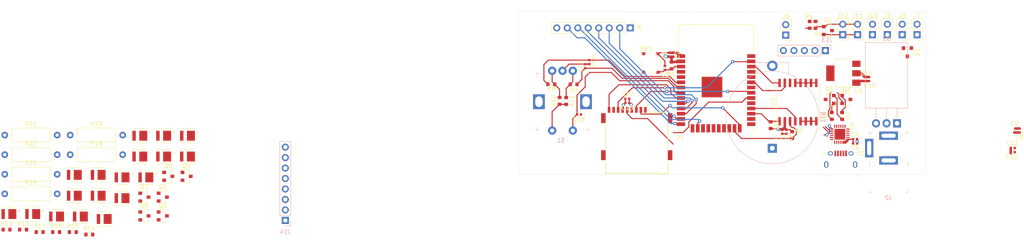
<source format=kicad_pcb>
(kicad_pcb (version 20171130) (host pcbnew "(5.1.8)-1")
  (layers (0 F.Cu signal) (1 In1.Cu power) (2 In2.Cu power) (31 B.Cu signal) (34 B.Paste user) (35 F.Paste user) (36 B.SilkS user) (37 F.SilkS user) (38 B.Mask user) (39 F.Mask user) (44 Edge.Cuts user))
  (net 0 "")
  (net 1 Earth)
  (net 2 +3V3)
  (net 3 /RESET)
  (net 4 LINE)
  (net 5 +12V)
  (net 6 /EncoderB)
  (net 7 /EncoderA)
  (net 8 /Button)
  (net 9 SDA)
  (net 10 SCL)
  (net 11 "Net-(J1-Pad3)")
  (net 12 "Net-(J1-Pad2)")
  (net 13 "Net-(J1-Pad1)")
  (net 14 TXD)
  (net 15 RXD)
  (net 16 /IO0)
  (net 17 /OnOff)
  (net 18 "Net-(Q1-Pad1)")
  (net 19 "Net-(Q1-Pad2)")
  (net 20 "Net-(Q2-Pad2)")
  (net 21 "Net-(Q2-Pad1)")
  (net 22 "Net-(D3-Pad1)")
  (net 23 "Net-(Q3-Pad1)")
  (net 24 "Net-(Q4-Pad1)")
  (net 25 "Net-(D6-Pad1)")
  (net 26 "Net-(D10-Pad1)")
  (net 27 "Net-(Q5-Pad1)")
  (net 28 "Net-(Q6-Pad1)")
  (net 29 "Net-(D12-Pad1)")
  (net 30 "Net-(Q7-Pad1)")
  (net 31 "Net-(D15-Pad1)")
  (net 32 "Net-(D18-Pad1)")
  (net 33 "Net-(Q8-Pad1)")
  (net 34 /RTC-32kHz)
  (net 35 /RTC-INTSQW)
  (net 36 "Net-(R10-Pad2)")
  (net 37 "Net-(R11-Pad2)")
  (net 38 "Net-(D3-Pad2)")
  (net 39 "Net-(D6-Pad2)")
  (net 40 "Net-(D10-Pad2)")
  (net 41 "Net-(D12-Pad2)")
  (net 42 "Net-(D15-Pad2)")
  (net 43 "Net-(D18-Pad2)")
  (net 44 /RTC-RST)
  (net 45 SCK)
  (net 46 MOSI)
  (net 47 MISO)
  (net 48 "Net-(BT1-Pad1)")
  (net 49 /!SD_SS)
  (net 50 /PWM6)
  (net 51 /PWM5)
  (net 52 /PWM4)
  (net 53 /PWM3)
  (net 54 /PWM2)
  (net 55 /PWM1)
  (net 56 /SD_Det)
  (module digikey-footprints:Battery_Holder_Coin_2032_BS-7 (layer B.Cu) (at 158.4 103 90)
    (fp_text reference BT1 (at 7.52856 12.3063 270) (layer B.SilkS) (effects (justify mirror)))
    (fp_text value Battery_Cell)
    (pad 2 thru_hole rect (at 0 0 90) (size 2.17 2.17) (drill 1.17) (layers *.Cu *.Mask) (net 1 Earth))
    (pad 1 thru_hole circle (at 20 0 90) (size 2.5 2.5) (drill 1.5) (layers *.Cu *.Mask) (net 48 "Net-(BT1-Pad1)"))
  )
  (module RF_Module:ESP32-WROOM-32 (layer F.Cu) (at 144.8 88.9)
    (fp_text reference U1 (at -8.7 11.4 180) (layer F.SilkS))
    (fp_text value ESP32-WROOM-32)
    (pad 38 smd rect (at 8.5 -8.255) (size 2 0.9) (layers F.Cu F.Paste F.Mask) (net 1 Earth))
    (pad 37 smd rect (at 8.5 -6.985) (size 2 0.9) (layers F.Cu F.Paste F.Mask) (net 47 MISO))
    (pad 36 smd rect (at 8.5 -5.715) (size 2 0.9) (layers F.Cu F.Paste F.Mask) (net 10 SCL))
    (pad 35 smd rect (at 8.5 -4.445) (size 2 0.9) (layers F.Cu F.Paste F.Mask) (net 14 TXD))
    (pad 34 smd rect (at 8.5 -3.175) (size 2 0.9) (layers F.Cu F.Paste F.Mask) (net 15 RXD))
    (pad 33 smd rect (at 8.5 -1.905) (size 2 0.9) (layers F.Cu F.Paste F.Mask) (net 9 SDA))
    (pad 32 smd rect (at 8.5 -0.635) (size 2 0.9) (layers F.Cu F.Paste F.Mask))
    (pad 31 smd rect (at 8.5 0.635) (size 2 0.9) (layers F.Cu F.Paste F.Mask) (net 46 MOSI))
    (pad 30 smd rect (at 8.5 1.905) (size 2 0.9) (layers F.Cu F.Paste F.Mask) (net 45 SCK))
    (pad 29 smd rect (at 8.5 3.175) (size 2 0.9) (layers F.Cu F.Paste F.Mask))
    (pad 28 smd rect (at 8.5 4.445) (size 2 0.9) (layers F.Cu F.Paste F.Mask) (net 44 /RTC-RST))
    (pad 27 smd rect (at 8.5 5.715) (size 2 0.9) (layers F.Cu F.Paste F.Mask) (net 34 /RTC-32kHz))
    (pad 26 smd rect (at 8.5 6.985) (size 2 0.9) (layers F.Cu F.Paste F.Mask) (net 17 /OnOff))
    (pad 25 smd rect (at 8.5 8.255) (size 2 0.9) (layers F.Cu F.Paste F.Mask) (net 16 /IO0))
    (pad 24 smd rect (at 5.715 9.255 90) (size 2 0.9) (layers F.Cu F.Paste F.Mask) (net 49 /!SD_SS))
    (pad 23 smd rect (at 4.445 9.255 90) (size 2 0.9) (layers F.Cu F.Paste F.Mask) (net 35 /RTC-INTSQW))
    (pad 22 smd rect (at 3.175 9.255 90) (size 2 0.9) (layers F.Cu F.Paste F.Mask))
    (pad 21 smd rect (at 1.905 9.255 90) (size 2 0.9) (layers F.Cu F.Paste F.Mask))
    (pad 20 smd rect (at 0.635 9.255 90) (size 2 0.9) (layers F.Cu F.Paste F.Mask))
    (pad 19 smd rect (at -0.635 9.255 90) (size 2 0.9) (layers F.Cu F.Paste F.Mask))
    (pad 18 smd rect (at -1.905 9.255 90) (size 2 0.9) (layers F.Cu F.Paste F.Mask))
    (pad 17 smd rect (at -3.175 9.255 90) (size 2 0.9) (layers F.Cu F.Paste F.Mask))
    (pad 16 smd rect (at -4.445 9.255 90) (size 2 0.9) (layers F.Cu F.Paste F.Mask) (net 54 /PWM2))
    (pad 15 smd rect (at -5.715 9.255 90) (size 2 0.9) (layers F.Cu F.Paste F.Mask) (net 1 Earth))
    (pad 14 smd rect (at -8.5 8.255) (size 2 0.9) (layers F.Cu F.Paste F.Mask) (net 55 /PWM1))
    (pad 13 smd rect (at -8.5 6.985) (size 2 0.9) (layers F.Cu F.Paste F.Mask) (net 53 /PWM3))
    (pad 12 smd rect (at -8.5 5.715) (size 2 0.9) (layers F.Cu F.Paste F.Mask) (net 50 /PWM6))
    (pad 11 smd rect (at -8.5 4.445) (size 2 0.9) (layers F.Cu F.Paste F.Mask) (net 51 /PWM5))
    (pad 10 smd rect (at -8.5 3.175) (size 2 0.9) (layers F.Cu F.Paste F.Mask) (net 52 /PWM4))
    (pad 9 smd rect (at -8.5 1.905) (size 2 0.9) (layers F.Cu F.Paste F.Mask) (net 56 /SD_Det))
    (pad 8 smd rect (at -8.5 0.635) (size 2 0.9) (layers F.Cu F.Paste F.Mask) (net 8 /Button))
    (pad 7 smd rect (at -8.5 -0.635) (size 2 0.9) (layers F.Cu F.Paste F.Mask) (net 6 /EncoderB))
    (pad 6 smd rect (at -8.5 -1.905) (size 2 0.9) (layers F.Cu F.Paste F.Mask) (net 7 /EncoderA))
    (pad 5 smd rect (at -8.5 -3.175) (size 2 0.9) (layers F.Cu F.Paste F.Mask))
    (pad 4 smd rect (at -8.5 -4.445) (size 2 0.9) (layers F.Cu F.Paste F.Mask))
    (pad 3 smd rect (at -8.5 -5.715) (size 2 0.9) (layers F.Cu F.Paste F.Mask) (net 3 /RESET))
    (pad 2 smd rect (at -8.5 -6.985) (size 2 0.9) (layers F.Cu F.Paste F.Mask) (net 2 +3V3))
    (pad 1 smd rect (at -8.5 -8.255) (size 2 0.9) (layers F.Cu F.Paste F.Mask) (net 1 Earth))
    (pad 39 smd rect (at -1 -0.755) (size 5 5) (layers F.Cu F.Paste F.Mask) (net 1 Earth))
  )
  (module digikey-footprints:GCT_MEM2075-00-140-01-A (layer F.Cu) (at 125.1 105.1)
    (fp_text reference J3 (at -5.125 -13.135) (layer F.SilkS) (effects (font (thickness 0.015))))
    (fp_text value Micro_SD_Card_Det)
    (pad 1 smd rect (at 2.58 -11.42) (size 0.62 1.4) (layers F.Cu F.Paste F.Mask))
    (pad 2 smd rect (at 1.48 -11.42) (size 0.62 1.4) (layers F.Cu F.Paste F.Mask) (net 49 /!SD_SS))
    (pad 3 smd rect (at 0.38 -11.42) (size 0.62 1.4) (layers F.Cu F.Paste F.Mask) (net 46 MOSI))
    (pad 4 smd rect (at -0.72 -11.42) (size 0.62 1.4) (layers F.Cu F.Paste F.Mask) (net 2 +3V3))
    (pad 5 smd rect (at -1.82 -11.42) (size 0.62 1.4) (layers F.Cu F.Paste F.Mask) (net 45 SCK))
    (pad 6 smd rect (at -2.92 -11.42) (size 0.62 1.4) (layers F.Cu F.Paste F.Mask) (net 1 Earth))
    (pad 7 smd rect (at -4.02 -11.42) (size 0.62 1.4) (layers F.Cu F.Paste F.Mask) (net 47 MISO))
    (pad 8 smd rect (at -5.12 -11.42) (size 0.62 1.4) (layers F.Cu F.Paste F.Mask))
    (pad 9 smd rect (at -6.22 -11.42) (size 0.62 1.4) (layers F.Cu F.Paste F.Mask) (net 56 /SD_Det))
    (pad None np_thru_hole circle (at -3.4 0) (size 0.95 0.95) (drill 0.95) (layers *.Cu *.Mask))
    (pad None np_thru_hole circle (at 3.4 0) (size 0.95 0.95) (drill 0.95) (layers *.Cu *.Mask))
    (pad 11 smd rect (at -7.6 -0.42) (size 1.1 2.4) (layers F.Cu F.Paste F.Mask) (net 1 Earth))
    (pad 11 smd rect (at -7.6 -9.42) (size 1.1 2.4) (layers F.Cu F.Paste F.Mask) (net 1 Earth))
    (pad 11 smd rect (at 8.55 -9.42) (size 1.1 2.4) (layers F.Cu F.Paste F.Mask) (net 1 Earth))
    (pad 11 smd rect (at 8.55 -0.42) (size 1.1 2.4) (layers F.Cu F.Paste F.Mask) (net 1 Earth))
  )
  (module Resistor_SMD:R_0603_1608Metric (layer F.Cu) (at 175.3 95.15 90)
    (fp_text reference R7 (at 0 1.5 90) (layer F.SilkS))
    (fp_text value 10k)
    (pad 1 smd roundrect (at -0.825 0 90) (size 0.8 0.95) (layers F.Cu F.Paste F.Mask) (net 19 "Net-(Q1-Pad2)"))
    (pad 2 smd roundrect (at 0.825 0 90) (size 0.8 0.95) (layers F.Cu F.Paste F.Mask) (net 21 "Net-(Q2-Pad1)"))
  )
  (module Capacitor_SMD:C_0402_1005Metric (layer F.Cu) (at 133.4 80.314999 90)
    (fp_text reference C1 (at 0 -1.16 90) (layer F.SilkS))
    (fp_text value 1n)
    (pad 2 smd roundrect (at 0.48 0 90) (size 0.56 0.62) (layers F.Cu F.Paste F.Mask) (net 1 Earth))
    (pad 1 smd roundrect (at -0.48 0 90) (size 0.56 0.62) (layers F.Cu F.Paste F.Mask) (net 2 +3V3))
  )
  (module Capacitor_SMD:C_0402_1005Metric (layer F.Cu) (at 134.375001 80.314999 90)
    (fp_text reference C2 (at 0 1.024999 90) (layer F.SilkS))
    (fp_text value 100n)
    (pad 2 smd roundrect (at 0.48 0 90) (size 0.56 0.62) (layers F.Cu F.Paste F.Mask) (net 1 Earth))
    (pad 1 smd roundrect (at -0.48 0 90) (size 0.56 0.62) (layers F.Cu F.Paste F.Mask) (net 2 +3V3))
  )
  (module Capacitor_SMD:C_0402_1005Metric (layer F.Cu) (at 132.4 83.5 90)
    (fp_text reference C3 (at -1.6 0 180) (layer F.SilkS))
    (fp_text value 100n)
    (pad 2 smd roundrect (at 0.48 0 90) (size 0.56 0.62) (layers F.Cu F.Paste F.Mask) (net 1 Earth))
    (pad 1 smd roundrect (at -0.48 0 90) (size 0.56 0.62) (layers F.Cu F.Paste F.Mask) (net 3 /RESET))
  )
  (module Capacitor_SMD:C_0402_1005Metric (layer F.Cu) (at 178.45 100.8)
    (fp_text reference C4 (at 0 -1.16) (layer F.SilkS))
    (fp_text value 1n)
    (pad 2 smd roundrect (at 0.48 0) (size 0.56 0.62) (layers F.Cu F.Paste F.Mask) (net 1 Earth))
    (pad 1 smd roundrect (at -0.48 0) (size 0.56 0.62) (layers F.Cu F.Paste F.Mask) (net 2 +3V3))
  )
  (module Capacitor_SMD:C_0402_1005Metric (layer F.Cu) (at 161.8 99 270)
    (fp_text reference C5 (at 1.4 -0.6 180) (layer F.SilkS))
    (fp_text value 1n)
    (pad 1 smd roundrect (at -0.48 0 270) (size 0.56 0.62) (layers F.Cu F.Paste F.Mask) (net 2 +3V3))
    (pad 2 smd roundrect (at 0.48 0 270) (size 0.56 0.62) (layers F.Cu F.Paste F.Mask) (net 1 Earth))
  )
  (module Capacitor_SMD:C_0402_1005Metric (layer F.Cu) (at 178.45 101.8)
    (fp_text reference C6 (at 0 1) (layer F.SilkS))
    (fp_text value 100n)
    (pad 1 smd roundrect (at -0.48 0) (size 0.56 0.62) (layers F.Cu F.Paste F.Mask) (net 2 +3V3))
    (pad 2 smd roundrect (at 0.48 0) (size 0.56 0.62) (layers F.Cu F.Paste F.Mask) (net 1 Earth))
  )
  (module Capacitor_SMD:C_0402_1005Metric (layer F.Cu) (at 160.8 99 270)
    (fp_text reference C7 (at 1.4 0.8 180) (layer F.SilkS))
    (fp_text value 100n)
    (pad 2 smd roundrect (at 0.48 0 270) (size 0.56 0.62) (layers F.Cu F.Paste F.Mask) (net 1 Earth))
    (pad 1 smd roundrect (at -0.48 0 270) (size 0.56 0.62) (layers F.Cu F.Paste F.Mask) (net 2 +3V3))
  )
  (module Capacitor_SMD:C_0402_1005Metric (layer F.Cu) (at 218.25 98.7 270)
    (fp_text reference C8 (at 1.6 0 180) (layer F.SilkS))
    (fp_text value 4u7)
    (pad 2 smd roundrect (at 0.48 0 270) (size 0.56 0.62) (layers F.Cu F.Paste F.Mask) (net 1 Earth))
    (pad 1 smd roundrect (at -0.48 0 270) (size 0.56 0.62) (layers F.Cu F.Paste F.Mask) (net 4 LINE))
  )
  (module Capacitor_SMD:C_0402_1005Metric (layer F.Cu) (at 217.25 98.7 270)
    (fp_text reference C9 (at -1.6 0.2 180) (layer F.SilkS))
    (fp_text value 100n)
    (pad 2 smd roundrect (at 0.48 0 270) (size 0.56 0.62) (layers F.Cu F.Paste F.Mask) (net 1 Earth))
    (pad 1 smd roundrect (at -0.48 0 270) (size 0.56 0.62) (layers F.Cu F.Paste F.Mask) (net 4 LINE))
  )
  (module Capacitor_SMD:C_0402_1005Metric (layer F.Cu) (at 216.6 103.95)
    (fp_text reference C10 (at -0.2 1.2) (layer F.SilkS))
    (fp_text value 4u7)
    (pad 2 smd roundrect (at 0.48 0) (size 0.56 0.62) (layers F.Cu F.Paste F.Mask) (net 1 Earth))
    (pad 1 smd roundrect (at -0.48 0) (size 0.56 0.62) (layers F.Cu F.Paste F.Mask) (net 5 +12V))
  )
  (module Capacitor_SMD:C_0402_1005Metric (layer F.Cu) (at 216.6 102.95)
    (fp_text reference C11 (at 0 -1.16) (layer F.SilkS))
    (fp_text value 100n)
    (pad 1 smd roundrect (at -0.48 0) (size 0.56 0.62) (layers F.Cu F.Paste F.Mask) (net 5 +12V))
    (pad 2 smd roundrect (at 0.48 0) (size 0.56 0.62) (layers F.Cu F.Paste F.Mask) (net 1 Earth))
  )
  (module Capacitor_SMD:C_0402_1005Metric (layer F.Cu) (at 123.3 91 180)
    (fp_text reference C12 (at 0 1.2) (layer F.SilkS))
    (fp_text value 1n)
    (pad 1 smd roundrect (at -0.48 0 180) (size 0.56 0.62) (layers F.Cu F.Paste F.Mask) (net 2 +3V3))
    (pad 2 smd roundrect (at 0.48 0 180) (size 0.56 0.62) (layers F.Cu F.Paste F.Mask) (net 1 Earth))
  )
  (module Capacitor_SMD:C_0402_1005Metric (layer F.Cu) (at 123.3 92.014999 180)
    (fp_text reference C13 (at 0 -1.16) (layer F.SilkS))
    (fp_text value 100n)
    (pad 2 smd roundrect (at 0.48 0 180) (size 0.56 0.62) (layers F.Cu F.Paste F.Mask) (net 1 Earth))
    (pad 1 smd roundrect (at -0.48 0 180) (size 0.56 0.62) (layers F.Cu F.Paste F.Mask) (net 2 +3V3))
  )
  (module Capacitor_SMD:C_0402_1005Metric (layer F.Cu) (at 180.8 86.2 270)
    (fp_text reference C14 (at -1.4 -0.4 180) (layer F.SilkS))
    (fp_text value 4u7)
    (pad 1 smd roundrect (at -0.48 0 270) (size 0.56 0.62) (layers F.Cu F.Paste F.Mask) (net 2 +3V3))
    (pad 2 smd roundrect (at 0.48 0 270) (size 0.56 0.62) (layers F.Cu F.Paste F.Mask) (net 1 Earth))
  )
  (module Capacitor_SMD:C_0402_1005Metric (layer F.Cu) (at 181.8 86.2 270)
    (fp_text reference C15 (at 1.6 -0.2 180) (layer F.SilkS))
    (fp_text value 100n)
    (pad 2 smd roundrect (at 0.48 0 270) (size 0.56 0.62) (layers F.Cu F.Paste F.Mask) (net 1 Earth))
    (pad 1 smd roundrect (at -0.48 0 270) (size 0.56 0.62) (layers F.Cu F.Paste F.Mask) (net 2 +3V3))
  )
  (module Capacitor_SMD:C_0402_1005Metric (layer F.Cu) (at 113.1 83.1 90)
    (fp_text reference C16 (at 0 -1.16 90) (layer F.SilkS))
    (fp_text value 10n)
    (pad 2 smd roundrect (at 0.48 0 90) (size 0.56 0.62) (layers F.Cu F.Paste F.Mask) (net 1 Earth))
    (pad 1 smd roundrect (at -0.48 0 90) (size 0.56 0.62) (layers F.Cu F.Paste F.Mask) (net 6 /EncoderB))
  )
  (module Capacitor_SMD:C_0402_1005Metric (layer F.Cu) (at 114.1 82.1 270)
    (fp_text reference C17 (at 0 -1.16 90) (layer F.SilkS))
    (fp_text value 10n)
    (pad 1 smd roundrect (at -0.48 0 270) (size 0.56 0.62) (layers F.Cu F.Paste F.Mask) (net 7 /EncoderA))
    (pad 2 smd roundrect (at 0.48 0 270) (size 0.56 0.62) (layers F.Cu F.Paste F.Mask) (net 1 Earth))
  )
  (module Capacitor_SMD:C_0402_1005Metric (layer F.Cu) (at 111.6 94.8)
    (fp_text reference C18 (at 0 1.2) (layer F.SilkS))
    (fp_text value 10n)
    (pad 2 smd roundrect (at 0.48 0) (size 0.56 0.62) (layers F.Cu F.Paste F.Mask) (net 1 Earth))
    (pad 1 smd roundrect (at -0.48 0) (size 0.56 0.62) (layers F.Cu F.Paste F.Mask) (net 8 /Button))
  )
  (module Package_TO_SOT_SMD:SOT-23 (layer F.Cu) (at 191.1 79.7 270)
    (fp_text reference D1 (at 0 -2.5 90) (layer F.SilkS))
    (fp_text value PSM712-LF-T7)
    (pad 3 smd rect (at 1 0 270) (size 0.9 0.8) (layers F.Cu F.Paste F.Mask) (net 1 Earth))
    (pad 2 smd rect (at -1 0.95 270) (size 0.9 0.8) (layers F.Cu F.Paste F.Mask) (net 5 +12V))
    (pad 1 smd rect (at -1 -0.95 270) (size 0.9 0.8) (layers F.Cu F.Paste F.Mask) (net 2 +3V3))
  )
  (module Package_TO_SOT_SMD:SOT-23 (layer F.Cu) (at 171.85 74.45)
    (fp_text reference D2 (at 0 -2.5) (layer F.SilkS))
    (fp_text value PSM712-LF-T7)
    (pad 1 smd rect (at -1 -0.95) (size 0.9 0.8) (layers F.Cu F.Paste F.Mask) (net 9 SDA))
    (pad 2 smd rect (at -1 0.95) (size 0.9 0.8) (layers F.Cu F.Paste F.Mask) (net 10 SCL))
    (pad 3 smd rect (at 1 0) (size 0.9 0.8) (layers F.Cu F.Paste F.Mask) (net 1 Earth))
  )
  (module digikey-footprints:LED_L135-A589003500000 (layer F.Cu) (at 11.045001 99.955001)
    (fp_text reference D3 (at 0.635 -3.175) (layer F.SilkS) (effects (font (thickness 0.015))))
    (fp_text value LED)
    (pad 1 smd rect (at 0.835 0) (size 1.93 2.4) (layers F.Cu F.Paste) (net 22 "Net-(D3-Pad1)"))
    (pad 2 smd rect (at -1.39 0) (size 0.82 2.4) (layers F.Cu F.Paste) (net 38 "Net-(D3-Pad2)"))
  )
  (module digikey-footprints:LED_L135-A589003500000 (layer F.Cu) (at 5.275001 105.005001)
    (fp_text reference D4 (at 0.635 -3.175) (layer F.SilkS) (effects (font (thickness 0.015))))
    (fp_text value LED)
    (pad 2 smd rect (at -1.39 0) (size 0.82 2.4) (layers F.Cu F.Paste) (net 38 "Net-(D3-Pad2)"))
    (pad 1 smd rect (at 0.835 0) (size 1.93 2.4) (layers F.Cu F.Paste) (net 22 "Net-(D3-Pad1)"))
  )
  (module digikey-footprints:LED_L135-A589003500000 (layer F.Cu) (at -14.884999 119.555001)
    (fp_text reference D5 (at 0.635 -3.175) (layer F.SilkS) (effects (font (thickness 0.015))))
    (fp_text value LED)
    (pad 1 smd rect (at 0.835 0) (size 1.93 2.4) (layers F.Cu F.Paste) (net 22 "Net-(D3-Pad1)"))
    (pad 2 smd rect (at -1.39 0) (size 0.82 2.4) (layers F.Cu F.Paste) (net 38 "Net-(D3-Pad2)"))
  )
  (module digikey-footprints:LED_L135-A589003500000 (layer F.Cu) (at -4.804999 114.505001)
    (fp_text reference D6 (at 0.635 -3.175) (layer F.SilkS) (effects (font (thickness 0.015))))
    (fp_text value LED)
    (pad 2 smd rect (at -1.39 0) (size 0.82 2.4) (layers F.Cu F.Paste) (net 39 "Net-(D6-Pad2)"))
    (pad 1 smd rect (at 0.835 0) (size 1.93 2.4) (layers F.Cu F.Paste) (net 25 "Net-(D6-Pad1)"))
  )
  (module digikey-footprints:LED_L135-A589003500000 (layer F.Cu) (at -10.574999 114.505001)
    (fp_text reference D7 (at 0.635 -3.175) (layer F.SilkS) (effects (font (thickness 0.015))))
    (fp_text value LED)
    (pad 1 smd rect (at 0.835 0) (size 1.93 2.4) (layers F.Cu F.Paste) (net 25 "Net-(D6-Pad1)"))
    (pad 2 smd rect (at -1.39 0) (size 0.82 2.4) (layers F.Cu F.Paste) (net 39 "Net-(D6-Pad2)"))
  )
  (module digikey-footprints:LED_L135-A589003500000 (layer F.Cu) (at -10.574999 109.455001)
    (fp_text reference D8 (at 0.635 -3.175) (layer F.SilkS) (effects (font (thickness 0.015))))
    (fp_text value LED)
    (pad 2 smd rect (at -1.39 0) (size 0.82 2.4) (layers F.Cu F.Paste) (net 39 "Net-(D6-Pad2)"))
    (pad 1 smd rect (at 0.835 0) (size 1.93 2.4) (layers F.Cu F.Paste) (net 25 "Net-(D6-Pad1)"))
  )
  (module digikey-footprints:LED_L135-A589003500000 (layer F.Cu) (at -26.424999 118.955001)
    (fp_text reference D9 (at 0.635 -3.175) (layer F.SilkS) (effects (font (thickness 0.015))))
    (fp_text value LED)
    (pad 1 smd rect (at 0.835 0) (size 1.93 2.4) (layers F.Cu F.Paste) (net 26 "Net-(D10-Pad1)"))
    (pad 2 smd rect (at -1.39 0) (size 0.82 2.4) (layers F.Cu F.Paste) (net 40 "Net-(D10-Pad2)"))
  )
  (module digikey-footprints:LED_L135-A589003500000 (layer F.Cu) (at 5.275001 99.955001)
    (fp_text reference D10 (at 0.635 -3.175) (layer F.SilkS) (effects (font (thickness 0.015))))
    (fp_text value LED)
    (pad 2 smd rect (at -1.39 0) (size 0.82 2.4) (layers F.Cu F.Paste) (net 40 "Net-(D10-Pad2)"))
    (pad 1 smd rect (at 0.835 0) (size 1.93 2.4) (layers F.Cu F.Paste) (net 26 "Net-(D10-Pad1)"))
  )
  (module digikey-footprints:LED_L135-A589003500000 (layer F.Cu) (at -4.804999 109.455001)
    (fp_text reference D11 (at 0.635 -3.175) (layer F.SilkS) (effects (font (thickness 0.015))))
    (fp_text value LED)
    (pad 1 smd rect (at 0.835 0) (size 1.93 2.4) (layers F.Cu F.Paste) (net 26 "Net-(D10-Pad1)"))
    (pad 2 smd rect (at -1.39 0) (size 0.82 2.4) (layers F.Cu F.Paste) (net 40 "Net-(D10-Pad2)"))
  )
  (module digikey-footprints:LED_L135-A589003500000 (layer F.Cu) (at -9.114999 119.555001)
    (fp_text reference D12 (at 0.635 -3.175) (layer F.SilkS) (effects (font (thickness 0.015))))
    (fp_text value LED)
    (pad 2 smd rect (at -1.39 0) (size 0.82 2.4) (layers F.Cu F.Paste) (net 41 "Net-(D12-Pad2)"))
    (pad 1 smd rect (at 0.835 0) (size 1.93 2.4) (layers F.Cu F.Paste) (net 29 "Net-(D12-Pad1)"))
  )
  (module digikey-footprints:LED_L135-A589003500000 (layer F.Cu) (at 11.045001 105.005001)
    (fp_text reference D13 (at 0.635 -3.175) (layer F.SilkS) (effects (font (thickness 0.015))))
    (fp_text value LED)
    (pad 1 smd rect (at 0.835 0) (size 1.93 2.4) (layers F.Cu F.Paste) (net 29 "Net-(D12-Pad1)"))
    (pad 2 smd rect (at -1.39 0) (size 0.82 2.4) (layers F.Cu F.Paste) (net 41 "Net-(D12-Pad2)"))
  )
  (module digikey-footprints:LED_L135-A589003500000 (layer F.Cu) (at 16.815001 99.955001)
    (fp_text reference D14 (at 0.635 -3.175) (layer F.SilkS) (effects (font (thickness 0.015))))
    (fp_text value LED)
    (pad 2 smd rect (at -1.39 0) (size 0.82 2.4) (layers F.Cu F.Paste) (net 41 "Net-(D12-Pad2)"))
    (pad 1 smd rect (at 0.835 0) (size 1.93 2.4) (layers F.Cu F.Paste) (net 29 "Net-(D12-Pad1)"))
  )
  (module digikey-footprints:LED_L135-A589003500000 (layer F.Cu) (at 0.965001 115.105001)
    (fp_text reference D15 (at 0.635 -3.175) (layer F.SilkS) (effects (font (thickness 0.015))))
    (fp_text value LED)
    (pad 2 smd rect (at -1.39 0) (size 0.82 2.4) (layers F.Cu F.Paste) (net 42 "Net-(D15-Pad2)"))
    (pad 1 smd rect (at 0.835 0) (size 1.93 2.4) (layers F.Cu F.Paste) (net 31 "Net-(D15-Pad1)"))
  )
  (module digikey-footprints:LED_L135-A589003500000 (layer F.Cu) (at 6.735001 110.055001)
    (fp_text reference D16 (at 0.635 -3.175) (layer F.SilkS) (effects (font (thickness 0.015))))
    (fp_text value LED)
    (pad 1 smd rect (at 0.835 0) (size 1.93 2.4) (layers F.Cu F.Paste) (net 31 "Net-(D15-Pad1)"))
    (pad 2 smd rect (at -1.39 0) (size 0.82 2.4) (layers F.Cu F.Paste) (net 42 "Net-(D15-Pad2)"))
  )
  (module digikey-footprints:LED_L135-A589003500000 (layer F.Cu) (at 16.815001 105.005001)
    (fp_text reference D17 (at 0.635 -3.175) (layer F.SilkS) (effects (font (thickness 0.015))))
    (fp_text value LED)
    (pad 2 smd rect (at -1.39 0) (size 0.82 2.4) (layers F.Cu F.Paste) (net 42 "Net-(D15-Pad2)"))
    (pad 1 smd rect (at 0.835 0) (size 1.93 2.4) (layers F.Cu F.Paste) (net 31 "Net-(D15-Pad1)"))
  )
  (module digikey-footprints:LED_L135-A589003500000 (layer F.Cu) (at -20.654999 118.955001)
    (fp_text reference D18 (at 0.635 -3.175) (layer F.SilkS) (effects (font (thickness 0.015))))
    (fp_text value LED)
    (pad 1 smd rect (at 0.835 0) (size 1.93 2.4) (layers F.Cu F.Paste) (net 32 "Net-(D18-Pad1)"))
    (pad 2 smd rect (at -1.39 0) (size 0.82 2.4) (layers F.Cu F.Paste) (net 43 "Net-(D18-Pad2)"))
  )
  (module digikey-footprints:LED_L135-A589003500000 (layer F.Cu) (at -3.344999 120.155001)
    (fp_text reference D19 (at 0.635 -3.175) (layer F.SilkS) (effects (font (thickness 0.015))))
    (fp_text value LED)
    (pad 2 smd rect (at -1.39 0) (size 0.82 2.4) (layers F.Cu F.Paste) (net 43 "Net-(D18-Pad2)"))
    (pad 1 smd rect (at 0.835 0) (size 1.93 2.4) (layers F.Cu F.Paste) (net 32 "Net-(D18-Pad1)"))
  )
  (module digikey-footprints:LED_L135-A589003500000 (layer F.Cu) (at 0.965001 110.055001)
    (fp_text reference D20 (at 0.635 -3.175) (layer F.SilkS) (effects (font (thickness 0.015))))
    (fp_text value LED)
    (pad 1 smd rect (at 0.835 0) (size 1.93 2.4) (layers F.Cu F.Paste) (net 32 "Net-(D18-Pad1)"))
    (pad 2 smd rect (at -1.39 0) (size 0.82 2.4) (layers F.Cu F.Paste) (net 43 "Net-(D18-Pad2)"))
  )
  (module digikey-footprints:USB_Micro_B_Female_10118194-0001LF (layer F.Cu) (at 174.95 104.25)
    (fp_text reference J1 (at 5 0 270) (layer F.SilkS))
    (fp_text value USB_B_Micro)
    (pad 3 smd rect (at 0 0) (size 0.4 1.35) (layers F.Cu F.Paste F.Mask) (net 11 "Net-(J1-Pad3)"))
    (pad 4 smd rect (at 0.65 0) (size 0.4 1.35) (layers F.Cu F.Paste F.Mask))
    (pad 5 smd rect (at 1.3 0) (size 0.4 1.35) (layers F.Cu F.Paste F.Mask) (net 1 Earth))
    (pad 2 smd rect (at -0.65 0) (size 0.4 1.35) (layers F.Cu F.Paste F.Mask) (net 12 "Net-(J1-Pad2)"))
    (pad 1 smd rect (at -1.3 0) (size 0.4 1.35) (layers F.Cu F.Paste F.Mask) (net 13 "Net-(J1-Pad1)"))
    (pad SH thru_hole oval (at 2.5 0) (size 1.25 0.95) (drill oval 0.85 0.55) (layers *.Cu *.Mask))
    (pad SH thru_hole oval (at -2.5 0) (size 1.25 0.95) (drill oval 0.85 0.55) (layers *.Cu *.Mask))
    (pad SH thru_hole oval (at -3.5 2.7) (size 1 1.55) (drill oval 0.5 1.15) (layers *.Cu *.Mask))
    (pad SH thru_hole oval (at 3.5 2.7) (size 1 1.55) (drill oval 0.5 1.15) (layers *.Cu *.Mask))
  )
  (module digikey-footprints:Barrel_Jack_5.5mmODx2.1mmID_PJ-202A (layer B.Cu) (at 186.55 102.95)
    (fp_text reference J2 (at 0 12.1 180) (layer B.SilkS) (effects (justify mirror)))
    (fp_text value PJ-202-AH)
    (pad 3 thru_hole rect (at -4.7 0) (size 2 4.5) (drill oval 1 3.5) (layers *.Cu *.Mask))
    (pad 1 thru_hole rect (at 0 -3) (size 4.5 2) (drill oval 3.5 1) (layers *.Cu *.Mask) (net 4 LINE))
    (pad 2 thru_hole rect (at 0 3) (size 4.5 2) (drill oval 3.5 1) (layers *.Cu *.Mask) (net 1 Earth))
  )
  (module Connector_PinHeader_2.54mm:PinHeader_1x08_P2.54mm_Vertical (layer F.Cu) (at 124 73.8 270)
    (fp_text reference J5 (at 0 -2.33 90) (layer F.SilkS))
    (fp_text value Conn_01x08_Male)
    (pad 1 thru_hole rect (at 0 0 270) (size 1.7 1.7) (drill 1) (layers *.Cu *.Mask) (net 5 +12V))
    (pad 2 thru_hole oval (at 0 2.54 270) (size 1.7 1.7) (drill 1) (layers *.Cu *.Mask) (net 50 /PWM6))
    (pad 3 thru_hole oval (at 0 5.08 270) (size 1.7 1.7) (drill 1) (layers *.Cu *.Mask) (net 51 /PWM5))
    (pad 4 thru_hole oval (at 0 7.62 270) (size 1.7 1.7) (drill 1) (layers *.Cu *.Mask) (net 52 /PWM4))
    (pad 5 thru_hole oval (at 0 10.16 270) (size 1.7 1.7) (drill 1) (layers *.Cu *.Mask) (net 53 /PWM3))
    (pad 6 thru_hole oval (at 0 12.7 270) (size 1.7 1.7) (drill 1) (layers *.Cu *.Mask) (net 54 /PWM2))
    (pad 7 thru_hole oval (at 0 15.24 270) (size 1.7 1.7) (drill 1) (layers *.Cu *.Mask) (net 55 /PWM1))
    (pad 8 thru_hole oval (at 0 17.78 270) (size 1.7 1.7) (drill 1) (layers *.Cu *.Mask) (net 1 Earth))
  )
  (module Connector_PinHeader_2.54mm:PinHeader_1x02_P2.54mm_Vertical (layer F.Cu) (at 161.65 75.55 180)
    (fp_text reference J6 (at 0 4.6) (layer F.SilkS))
    (fp_text value Conn_01x02)
    (pad 2 thru_hole oval (at 0 2.54 180) (size 1.7 1.7) (drill 1) (layers *.Cu *.Mask) (net 1 Earth))
    (pad 1 thru_hole rect (at 0 0 180) (size 1.7 1.7) (drill 1) (layers *.Cu *.Mask) (net 17 /OnOff))
  )
  (module Connector_PinHeader_2.54mm:PinHeader_1x02_P2.54mm_Vertical (layer F.Cu) (at 193.45 75.45 180)
    (fp_text reference J7 (at 0 4.6) (layer F.SilkS))
    (fp_text value Conn_01x02)
    (pad 1 thru_hole rect (at 0 0 180) (size 1.7 1.7) (drill 1) (layers *.Cu *.Mask) (net 2 +3V3))
    (pad 2 thru_hole oval (at 0 2.54 180) (size 1.7 1.7) (drill 1) (layers *.Cu *.Mask) (net 1 Earth))
  )
  (module Connector_PinHeader_2.54mm:PinHeader_1x02_P2.54mm_Vertical (layer F.Cu) (at 189.85 75.45 180)
    (fp_text reference J8 (at 0 4.6) (layer F.SilkS))
    (fp_text value Conn_01x02)
    (pad 2 thru_hole oval (at 0 2.54 180) (size 1.7 1.7) (drill 1) (layers *.Cu *.Mask) (net 1 Earth))
    (pad 1 thru_hole rect (at 0 0 180) (size 1.7 1.7) (drill 1) (layers *.Cu *.Mask) (net 2 +3V3))
  )
  (module Connector_PinHeader_2.54mm:PinHeader_1x02_P2.54mm_Vertical (layer F.Cu) (at 186.25 75.45 180)
    (fp_text reference J9 (at 0 4.6) (layer F.SilkS))
    (fp_text value Conn_01x02)
    (pad 1 thru_hole rect (at 0 0 180) (size 1.7 1.7) (drill 1) (layers *.Cu *.Mask) (net 5 +12V))
    (pad 2 thru_hole oval (at 0 2.54 180) (size 1.7 1.7) (drill 1) (layers *.Cu *.Mask) (net 1 Earth))
  )
  (module Connector_PinHeader_2.54mm:PinHeader_1x02_P2.54mm_Vertical (layer F.Cu) (at 182.65 75.45 180)
    (fp_text reference J10 (at 0 4.6) (layer F.SilkS))
    (fp_text value Conn_01x02)
    (pad 1 thru_hole rect (at 0 0 180) (size 1.7 1.7) (drill 1) (layers *.Cu *.Mask) (net 5 +12V))
    (pad 2 thru_hole oval (at 0 2.54 180) (size 1.7 1.7) (drill 1) (layers *.Cu *.Mask) (net 1 Earth))
  )
  (module Connector_PinHeader_2.54mm:PinHeader_1x02_P2.54mm_Vertical (layer F.Cu) (at 179.05 75.45 180)
    (fp_text reference J11 (at 0 4.6) (layer F.SilkS))
    (fp_text value Conn_01x02)
    (pad 2 thru_hole oval (at 0 2.54 180) (size 1.7 1.7) (drill 1) (layers *.Cu *.Mask) (net 9 SDA))
    (pad 1 thru_hole rect (at 0 0 180) (size 1.7 1.7) (drill 1) (layers *.Cu *.Mask) (net 10 SCL))
  )
  (module Connector_PinHeader_2.54mm:PinHeader_1x02_P2.54mm_Vertical (layer F.Cu) (at 175.45 75.45 180)
    (fp_text reference J12 (at 0 4.6) (layer F.SilkS))
    (fp_text value Conn_01x02)
    (pad 2 thru_hole oval (at 0 2.54 180) (size 1.7 1.7) (drill 1) (layers *.Cu *.Mask) (net 9 SDA))
    (pad 1 thru_hole rect (at 0 0 180) (size 1.7 1.7) (drill 1) (layers *.Cu *.Mask) (net 10 SCL))
  )
  (module Connector_PinSocket_2.54mm:PinSocket_1x05_P2.54mm_Vertical (layer B.Cu) (at 171.25 79.3 90)
    (fp_text reference J13 (at 2.6 0.4 180) (layer B.SilkS) (effects (justify mirror)))
    (fp_text value Screen)
    (pad 5 thru_hole oval (at 0 -10.16 90) (size 1.7 1.7) (drill 1) (layers *.Cu *.Mask) (net 10 SCL))
    (pad 4 thru_hole oval (at 0 -7.62 90) (size 1.7 1.7) (drill 1) (layers *.Cu *.Mask) (net 9 SDA))
    (pad 3 thru_hole oval (at 0 -5.08 90) (size 1.7 1.7) (drill 1) (layers *.Cu *.Mask) (net 1 Earth))
    (pad 2 thru_hole oval (at 0 -2.54 90) (size 1.7 1.7) (drill 1) (layers *.Cu *.Mask) (net 2 +3V3))
    (pad 1 thru_hole rect (at 0 0 90) (size 1.7 1.7) (drill 1) (layers *.Cu *.Mask) (net 2 +3V3))
  )
  (module Connector_PinSocket_2.54mm:PinSocket_1x08_P2.54mm_Vertical (layer B.Cu) (at 40.5 120.5)
    (fp_text reference J14 (at 0 2.77) (layer B.SilkS) (effects (justify mirror)))
    (fp_text value Conn_01x08_Male)
    (pad 1 thru_hole rect (at 0 0) (size 1.7 1.7) (drill 1) (layers *.Cu *.Mask) (net 1 Earth))
    (pad 2 thru_hole oval (at 0 -2.54) (size 1.7 1.7) (drill 1) (layers *.Cu *.Mask) (net 55 /PWM1))
    (pad 3 thru_hole oval (at 0 -5.08) (size 1.7 1.7) (drill 1) (layers *.Cu *.Mask) (net 54 /PWM2))
    (pad 4 thru_hole oval (at 0 -7.62) (size 1.7 1.7) (drill 1) (layers *.Cu *.Mask) (net 53 /PWM3))
    (pad 5 thru_hole oval (at 0 -10.16) (size 1.7 1.7) (drill 1) (layers *.Cu *.Mask) (net 52 /PWM4))
    (pad 6 thru_hole oval (at 0 -12.7) (size 1.7 1.7) (drill 1) (layers *.Cu *.Mask) (net 51 /PWM5))
    (pad 7 thru_hole oval (at 0 -15.24) (size 1.7 1.7) (drill 1) (layers *.Cu *.Mask) (net 50 /PWM6))
    (pad 8 thru_hole oval (at 0 -17.78) (size 1.7 1.7) (drill 1) (layers *.Cu *.Mask) (net 5 +12V))
  )
  (module Package_TO_SOT_SMD:SOT-23 (layer F.Cu) (at 172.3 91.15 180)
    (fp_text reference Q1 (at 0 2.5) (layer F.SilkS))
    (fp_text value MMBT3904)
    (pad 1 smd rect (at -1 -0.95 180) (size 0.9 0.8) (layers F.Cu F.Paste F.Mask) (net 18 "Net-(Q1-Pad1)"))
    (pad 2 smd rect (at -1 0.95 180) (size 0.9 0.8) (layers F.Cu F.Paste F.Mask) (net 19 "Net-(Q1-Pad2)"))
    (pad 3 smd rect (at 1 0 180) (size 0.9 0.8) (layers F.Cu F.Paste F.Mask) (net 3 /RESET))
  )
  (module Package_TO_SOT_SMD:SOT-23 (layer F.Cu) (at 176.3 91.15)
    (fp_text reference Q2 (at 0 -2.5) (layer F.SilkS))
    (fp_text value MMBT3904)
    (pad 3 smd rect (at 1 0) (size 0.9 0.8) (layers F.Cu F.Paste F.Mask) (net 16 /IO0))
    (pad 2 smd rect (at -1 0.95) (size 0.9 0.8) (layers F.Cu F.Paste F.Mask) (net 20 "Net-(Q2-Pad2)"))
    (pad 1 smd rect (at -1 -0.95) (size 0.9 0.8) (layers F.Cu F.Paste F.Mask) (net 21 "Net-(Q2-Pad1)"))
  )
  (module Package_TO_SOT_SMD:SOT-23 (layer F.Cu) (at 10.835001 119.405001)
    (fp_text reference Q3 (at 0 -2.5) (layer F.SilkS))
    (fp_text value Q_PNP_BCE)
    (pad 3 smd rect (at 1 0) (size 0.9 0.8) (layers F.Cu F.Paste F.Mask) (net 22 "Net-(D3-Pad1)"))
    (pad 2 smd rect (at -1 0.95) (size 0.9 0.8) (layers F.Cu F.Paste F.Mask) (net 1 Earth))
    (pad 1 smd rect (at -1 -0.95) (size 0.9 0.8) (layers F.Cu F.Paste F.Mask) (net 23 "Net-(Q3-Pad1)"))
  )
  (module Package_TO_SOT_SMD:SOT-23 (layer F.Cu) (at 16.605001 109.805001)
    (fp_text reference Q4 (at 0 -2.5) (layer F.SilkS))
    (fp_text value Q_PNP_BCE)
    (pad 3 smd rect (at 1 0) (size 0.9 0.8) (layers F.Cu F.Paste F.Mask) (net 25 "Net-(D6-Pad1)"))
    (pad 2 smd rect (at -1 0.95) (size 0.9 0.8) (layers F.Cu F.Paste F.Mask) (net 1 Earth))
    (pad 1 smd rect (at -1 -0.95) (size 0.9 0.8) (layers F.Cu F.Paste F.Mask) (net 24 "Net-(Q4-Pad1)"))
  )
  (module Package_TO_SOT_SMD:SOT-23 (layer F.Cu) (at 6.385001 119.405001)
    (fp_text reference Q5 (at 0 -2.5) (layer F.SilkS))
    (fp_text value Q_PNP_BCE)
    (pad 3 smd rect (at 1 0) (size 0.9 0.8) (layers F.Cu F.Paste F.Mask) (net 26 "Net-(D10-Pad1)"))
    (pad 2 smd rect (at -1 0.95) (size 0.9 0.8) (layers F.Cu F.Paste F.Mask) (net 1 Earth))
    (pad 1 smd rect (at -1 -0.95) (size 0.9 0.8) (layers F.Cu F.Paste F.Mask) (net 27 "Net-(Q5-Pad1)"))
  )
  (module Package_TO_SOT_SMD:SOT-23 (layer F.Cu) (at 10.835001 114.855001)
    (fp_text reference Q6 (at 0 -2.5) (layer F.SilkS))
    (fp_text value Q_PNP_BCE)
    (pad 1 smd rect (at -1 -0.95) (size 0.9 0.8) (layers F.Cu F.Paste F.Mask) (net 28 "Net-(Q6-Pad1)"))
    (pad 2 smd rect (at -1 0.95) (size 0.9 0.8) (layers F.Cu F.Paste F.Mask) (net 1 Earth))
    (pad 3 smd rect (at 1 0) (size 0.9 0.8) (layers F.Cu F.Paste F.Mask) (net 29 "Net-(D12-Pad1)"))
  )
  (module Package_TO_SOT_SMD:SOT-23 (layer F.Cu) (at 6.385001 114.855001)
    (fp_text reference Q7 (at 0 -2.5) (layer F.SilkS))
    (fp_text value Q_PNP_BCE)
    (pad 1 smd rect (at -1 -0.95) (size 0.9 0.8) (layers F.Cu F.Paste F.Mask) (net 30 "Net-(Q7-Pad1)"))
    (pad 2 smd rect (at -1 0.95) (size 0.9 0.8) (layers F.Cu F.Paste F.Mask) (net 1 Earth))
    (pad 3 smd rect (at 1 0) (size 0.9 0.8) (layers F.Cu F.Paste F.Mask) (net 31 "Net-(D15-Pad1)"))
  )
  (module Package_TO_SOT_SMD:SOT-23 (layer F.Cu) (at 12.155001 109.805001)
    (fp_text reference Q8 (at 0 -2.5) (layer F.SilkS))
    (fp_text value Q_PNP_BCE)
    (pad 1 smd rect (at -1 -0.95) (size 0.9 0.8) (layers F.Cu F.Paste F.Mask) (net 33 "Net-(Q8-Pad1)"))
    (pad 2 smd rect (at -1 0.95) (size 0.9 0.8) (layers F.Cu F.Paste F.Mask) (net 1 Earth))
    (pad 3 smd rect (at 1 0) (size 0.9 0.8) (layers F.Cu F.Paste F.Mask) (net 32 "Net-(D18-Pad1)"))
  )
  (module Resistor_SMD:R_0603_1608Metric (layer F.Cu) (at 134 82.9 90)
    (fp_text reference R1 (at -2.2 0 180) (layer F.SilkS))
    (fp_text value 10k)
    (pad 1 smd roundrect (at -0.825 0 90) (size 0.8 0.95) (layers F.Cu F.Paste F.Mask) (net 3 /RESET))
    (pad 2 smd roundrect (at 0.825 0 90) (size 0.8 0.95) (layers F.Cu F.Paste F.Mask) (net 2 +3V3))
  )
  (module Resistor_SMD:R_0603_1608Metric (layer F.Cu) (at 163.2 99.8 90)
    (fp_text reference R2 (at 1 1.6 180) (layer F.SilkS))
    (fp_text value 10k)
    (pad 1 smd roundrect (at -0.825 0 90) (size 0.8 0.95) (layers F.Cu F.Paste F.Mask) (net 35 /RTC-INTSQW))
    (pad 2 smd roundrect (at 0.825 0 90) (size 0.8 0.95) (layers F.Cu F.Paste F.Mask) (net 2 +3V3))
  )
  (module Resistor_SMD:R_0603_1608Metric (layer F.Cu) (at 158 97.4 270)
    (fp_text reference R3 (at 0 -1.43 90) (layer F.SilkS))
    (fp_text value 10k)
    (pad 2 smd roundrect (at 0.825 0 270) (size 0.8 0.95) (layers F.Cu F.Paste F.Mask) (net 2 +3V3))
    (pad 1 smd roundrect (at -0.825 0 270) (size 0.8 0.95) (layers F.Cu F.Paste F.Mask) (net 34 /RTC-32kHz))
  )
  (module Resistor_SMD:R_0603_1608Metric (layer F.Cu) (at 168.85 73.05 90)
    (fp_text reference R4 (at -2.2 0.6 180) (layer F.SilkS))
    (fp_text value 10k)
    (pad 2 smd roundrect (at 0.825 0 90) (size 0.8 0.95) (layers F.Cu F.Paste F.Mask) (net 2 +3V3))
    (pad 1 smd roundrect (at -0.825 0 90) (size 0.8 0.95) (layers F.Cu F.Paste F.Mask) (net 9 SDA))
  )
  (module Resistor_SMD:R_0603_1608Metric (layer F.Cu) (at 167.45 73.05 90)
    (fp_text reference R5 (at 2 -0.2 180) (layer F.SilkS))
    (fp_text value 10k)
    (pad 2 smd roundrect (at 0.825 0 90) (size 0.8 0.95) (layers F.Cu F.Paste F.Mask) (net 2 +3V3))
    (pad 1 smd roundrect (at -0.825 0 90) (size 0.8 0.95) (layers F.Cu F.Paste F.Mask) (net 10 SCL))
  )
  (module Resistor_SMD:R_0603_1608Metric (layer F.Cu) (at 172.8 95.15 90)
    (fp_text reference R6 (at 0 -1.43 90) (layer F.SilkS))
    (fp_text value 10k)
    (pad 2 smd roundrect (at 0.825 0 90) (size 0.8 0.95) (layers F.Cu F.Paste F.Mask) (net 18 "Net-(Q1-Pad1)"))
    (pad 1 smd roundrect (at -0.825 0 90) (size 0.8 0.95) (layers F.Cu F.Paste F.Mask) (net 20 "Net-(Q2-Pad2)"))
  )
  (module Resistor_SMD:R_0603_1608Metric (layer F.Cu) (at 104.9 87.5)
    (fp_text reference R8 (at 0 1) (layer F.SilkS))
    (fp_text value 10k)
    (pad 1 smd roundrect (at -0.825 0) (size 0.8 0.95) (layers F.Cu F.Paste F.Mask) (net 7 /EncoderA))
    (pad 2 smd roundrect (at 0.825 0) (size 0.8 0.95) (layers F.Cu F.Paste F.Mask) (net 36 "Net-(R10-Pad2)"))
  )
  (module Resistor_SMD:R_0603_1608Metric (layer F.Cu) (at 110.3 87.5 180)
    (fp_text reference R9 (at 0 -1.43) (layer F.SilkS))
    (fp_text value 10k)
    (pad 1 smd roundrect (at -0.825 0 180) (size 0.8 0.95) (layers F.Cu F.Paste F.Mask) (net 6 /EncoderB))
    (pad 2 smd roundrect (at 0.825 0 180) (size 0.8 0.95) (layers F.Cu F.Paste F.Mask) (net 37 "Net-(R11-Pad2)"))
  )
  (module Resistor_SMD:R_0603_1608Metric (layer F.Cu) (at 106.9 91.5 90)
    (fp_text reference R10 (at 0 -1.43 90) (layer F.SilkS))
    (fp_text value 10k)
    (pad 1 smd roundrect (at -0.825 0 90) (size 0.8 0.95) (layers F.Cu F.Paste F.Mask) (net 2 +3V3))
    (pad 2 smd roundrect (at 0.825 0 90) (size 0.8 0.95) (layers F.Cu F.Paste F.Mask) (net 36 "Net-(R10-Pad2)"))
  )
  (module Resistor_SMD:R_0603_1608Metric (layer F.Cu) (at 108.5 91.525 90)
    (fp_text reference R11 (at 0 1.4 90) (layer F.SilkS))
    (fp_text value 10k)
    (pad 1 smd roundrect (at -0.825 0 90) (size 0.8 0.95) (layers F.Cu F.Paste F.Mask) (net 2 +3V3))
    (pad 2 smd roundrect (at 0.825 0 90) (size 0.8 0.95) (layers F.Cu F.Paste F.Mask) (net 37 "Net-(R11-Pad2)"))
  )
  (module Resistor_SMD:R_0603_1608Metric (layer F.Cu) (at -22.984999 122.735001)
    (fp_text reference R12 (at 0 -1.43) (layer F.SilkS))
    (fp_text value 1k)
    (pad 1 smd roundrect (at -0.825 0) (size 0.8 0.95) (layers F.Cu F.Paste F.Mask) (net 55 /PWM1))
    (pad 2 smd roundrect (at 0.825 0) (size 0.8 0.95) (layers F.Cu F.Paste F.Mask) (net 23 "Net-(Q3-Pad1)"))
  )
  (module Resistor_SMD:R_0603_1608Metric (layer F.Cu) (at -26.994999 122.735001)
    (fp_text reference R13 (at 0 -1.43) (layer F.SilkS))
    (fp_text value 1k)
    (pad 2 smd roundrect (at 0.825 0) (size 0.8 0.95) (layers F.Cu F.Paste F.Mask) (net 24 "Net-(Q4-Pad1)"))
    (pad 1 smd roundrect (at -0.825 0) (size 0.8 0.95) (layers F.Cu F.Paste F.Mask) (net 54 /PWM2))
  )
  (module Resistor_SMD:R_0603_1608Metric (layer F.Cu) (at -6.944999 123.935001)
    (fp_text reference R14 (at 0 -1.43) (layer F.SilkS))
    (fp_text value 1k)
    (pad 1 smd roundrect (at -0.825 0) (size 0.8 0.95) (layers F.Cu F.Paste F.Mask) (net 53 /PWM3))
    (pad 2 smd roundrect (at 0.825 0) (size 0.8 0.95) (layers F.Cu F.Paste F.Mask) (net 27 "Net-(Q5-Pad1)"))
  )
  (module Resistor_SMD:R_0603_1608Metric (layer F.Cu) (at -10.954999 123.335001)
    (fp_text reference R15 (at 0 -1.43) (layer F.SilkS))
    (fp_text value 1k)
    (pad 2 smd roundrect (at 0.825 0) (size 0.8 0.95) (layers F.Cu F.Paste F.Mask) (net 28 "Net-(Q6-Pad1)"))
    (pad 1 smd roundrect (at -0.825 0) (size 0.8 0.95) (layers F.Cu F.Paste F.Mask) (net 52 /PWM4))
  )
  (module Resistor_SMD:R_0603_1608Metric (layer F.Cu) (at -14.964999 123.335001)
    (fp_text reference R16 (at 0 -1.43) (layer F.SilkS))
    (fp_text value 1k)
    (pad 1 smd roundrect (at -0.825 0) (size 0.8 0.95) (layers F.Cu F.Paste F.Mask) (net 51 /PWM5))
    (pad 2 smd roundrect (at 0.825 0) (size 0.8 0.95) (layers F.Cu F.Paste F.Mask) (net 30 "Net-(Q7-Pad1)"))
  )
  (module Resistor_SMD:R_0603_1608Metric (layer F.Cu) (at -18.974999 123.335001)
    (fp_text reference R17 (at 0 -1.43) (layer F.SilkS))
    (fp_text value 1k)
    (pad 2 smd roundrect (at 0.825 0) (size 0.8 0.95) (layers F.Cu F.Paste F.Mask) (net 33 "Net-(Q8-Pad1)"))
    (pad 1 smd roundrect (at -0.825 0) (size 0.8 0.95) (layers F.Cu F.Paste F.Mask) (net 50 /PWM6))
  )
  (module Resistor_THT:R_Axial_DIN0309_L9.0mm_D3.2mm_P12.70mm_Horizontal (layer F.Cu) (at -27.424999 114.055001)
    (fp_text reference R18 (at 6.35 -2.72) (layer F.SilkS))
    (fp_text value 180R)
    (pad 2 thru_hole oval (at 12.7 0) (size 1.6 1.6) (drill 0.8) (layers *.Cu *.Mask) (net 5 +12V))
    (pad 1 thru_hole circle (at 0 0) (size 1.6 1.6) (drill 0.8) (layers *.Cu *.Mask) (net 38 "Net-(D3-Pad2)"))
  )
  (module Resistor_THT:R_Axial_DIN0309_L9.0mm_D3.2mm_P12.70mm_Horizontal (layer F.Cu) (at -11.574999 104.555001)
    (fp_text reference R19 (at 6.35 -2.72) (layer F.SilkS))
    (fp_text value 180R)
    (pad 1 thru_hole circle (at 0 0) (size 1.6 1.6) (drill 0.8) (layers *.Cu *.Mask) (net 39 "Net-(D6-Pad2)"))
    (pad 2 thru_hole oval (at 12.7 0) (size 1.6 1.6) (drill 0.8) (layers *.Cu *.Mask) (net 5 +12V))
  )
  (module Resistor_THT:R_Axial_DIN0309_L9.0mm_D3.2mm_P12.70mm_Horizontal (layer F.Cu) (at -27.424999 109.305001)
    (fp_text reference R20 (at 6.35 -2.72) (layer F.SilkS))
    (fp_text value 180R)
    (pad 1 thru_hole circle (at 0 0) (size 1.6 1.6) (drill 0.8) (layers *.Cu *.Mask) (net 40 "Net-(D10-Pad2)"))
    (pad 2 thru_hole oval (at 12.7 0) (size 1.6 1.6) (drill 0.8) (layers *.Cu *.Mask) (net 5 +12V))
  )
  (module Resistor_THT:R_Axial_DIN0309_L9.0mm_D3.2mm_P12.70mm_Horizontal (layer F.Cu) (at -27.424999 99.805001)
    (fp_text reference R21 (at 6.35 -2.72) (layer F.SilkS))
    (fp_text value 180R)
    (pad 2 thru_hole oval (at 12.7 0) (size 1.6 1.6) (drill 0.8) (layers *.Cu *.Mask) (net 5 +12V))
    (pad 1 thru_hole circle (at 0 0) (size 1.6 1.6) (drill 0.8) (layers *.Cu *.Mask) (net 41 "Net-(D12-Pad2)"))
  )
  (module Resistor_THT:R_Axial_DIN0309_L9.0mm_D3.2mm_P12.70mm_Horizontal (layer F.Cu) (at -27.424999 104.555001)
    (fp_text reference R22 (at 6.35 -2.72) (layer F.SilkS))
    (fp_text value 180R)
    (pad 1 thru_hole circle (at 0 0) (size 1.6 1.6) (drill 0.8) (layers *.Cu *.Mask) (net 42 "Net-(D15-Pad2)"))
    (pad 2 thru_hole oval (at 12.7 0) (size 1.6 1.6) (drill 0.8) (layers *.Cu *.Mask) (net 5 +12V))
  )
  (module Resistor_THT:R_Axial_DIN0309_L9.0mm_D3.2mm_P12.70mm_Horizontal (layer F.Cu) (at -11.574999 99.805001)
    (fp_text reference R23 (at 6.35 -2.72) (layer F.SilkS))
    (fp_text value 180R)
    (pad 2 thru_hole oval (at 12.7 0) (size 1.6 1.6) (drill 0.8) (layers *.Cu *.Mask) (net 5 +12V))
    (pad 1 thru_hole circle (at 0 0) (size 1.6 1.6) (drill 0.8) (layers *.Cu *.Mask) (net 43 "Net-(D18-Pad2)"))
  )
  (module digikey-footprints:Rotary_Encoder_Switched_PEC11R (layer B.Cu) (at 101.9 91.7)
    (fp_text reference S1 (at 5.275 9.4) (layer B.SilkS) (effects (justify mirror)))
    (fp_text value PEC11R-4020F-S0024)
    (pad 3 thru_hole rect (at 0 0) (size 2.8 3.6) (drill oval 1.8 2.6) (layers *.Cu *.Mask) (net 1 Earth))
    (pad 3 thru_hole rect (at 11.4 0) (size 2.8 3.6) (drill oval 1.8 2.6) (layers *.Cu *.Mask) (net 1 Earth))
    (pad 1 thru_hole circle (at 3.2 7) (size 2 2) (drill 1) (layers *.Cu *.Mask) (net 2 +3V3))
    (pad 2 thru_hole circle (at 8.2 7) (size 2 2) (drill 1) (layers *.Cu *.Mask) (net 8 /Button))
    (pad A thru_hole circle (at 3.2 -7.5) (size 2 2) (drill 1) (layers *.Cu *.Mask) (net 36 "Net-(R10-Pad2)"))
    (pad C thru_hole circle (at 5.7 -7.5) (size 2 2) (drill 1) (layers *.Cu *.Mask) (net 1 Earth))
    (pad B thru_hole circle (at 8.2 -7.5) (size 2 2) (drill 1) (layers *.Cu *.Mask) (net 37 "Net-(R11-Pad2)"))
  )
  (module digikey-footprints:Switch_Tactile_SMD_4.5x4.5mm_TL3315NF160Q (layer F.Cu) (at 129 82.3 270)
    (fp_text reference SW1 (at -3.5 1.2 180) (layer F.SilkS))
    (fp_text value RESET)
    (pad 4 smd rect (at 2.125 1.75 270) (size 0.5 0.7) (layers F.Cu F.Paste F.Mask))
    (pad 3 smd rect (at -2.125 1.75 270) (size 0.5 0.7) (layers F.Cu F.Paste F.Mask))
    (pad 2 smd rect (at 2.125 -1.75 270) (size 0.5 0.7) (layers F.Cu F.Paste F.Mask) (net 3 /RESET))
    (pad 1 smd rect (at -2.125 -1.75 270) (size 0.5 0.7) (layers F.Cu F.Paste F.Mask) (net 1 Earth))
    (pad 2 smd rect (at 2.475 -1.75 270) (size 0.2 1.1) (layers F.Cu F.Paste F.Mask) (net 3 /RESET))
    (pad 3 smd rect (at -2.475 1.75 270) (size 0.2 1.1) (layers F.Cu F.Paste F.Mask))
    (pad 4 smd rect (at 2.475 1.75 270) (size 0.2 1.1) (layers F.Cu F.Paste F.Mask))
    (pad 1 smd rect (at -2.475 -1.75 270) (size 0.2 1.1) (layers F.Cu F.Paste F.Mask) (net 1 Earth))
  )
  (module Package_TO_SOT_THT:TO-220-3_Horizontal_TabDown (layer B.Cu) (at 188.6 96.95 180)
    (fp_text reference U2 (at 2.54 20.58 180) (layer B.SilkS) (effects (justify mirror)))
    (fp_text value LM7812_TO220)
    (pad "" np_thru_hole oval (at 2.54 16.66 180) (size 3.5 3.5) (drill 3.5) (layers *.Cu *.Mask))
    (pad 1 thru_hole rect (at 0 0 180) (size 1.905 2) (drill 1.1) (layers *.Cu *.Mask) (net 4 LINE))
    (pad 2 thru_hole oval (at 2.54 0 180) (size 1.905 2) (drill 1.1) (layers *.Cu *.Mask) (net 1 Earth))
    (pad 3 thru_hole oval (at 5.08 0 180) (size 1.905 2) (drill 1.1) (layers *.Cu *.Mask) (net 5 +12V))
  )
  (module Package_SO:SOIC-16W_7.5x10.3mm_P1.27mm (layer F.Cu) (at 164.6 91.8 90)
    (fp_text reference U3 (at 0 -6.1 90) (layer F.SilkS))
    (fp_text value DS3231M)
    (pad 1 smd roundrect (at -4.65 -4.445 90) (size 2.05 0.6) (layers F.Cu F.Paste F.Mask) (net 34 /RTC-32kHz))
    (pad 2 smd roundrect (at -4.65 -3.175 90) (size 2.05 0.6) (layers F.Cu F.Paste F.Mask) (net 2 +3V3))
    (pad 3 smd roundrect (at -4.65 -1.905 90) (size 2.05 0.6) (layers F.Cu F.Paste F.Mask) (net 35 /RTC-INTSQW))
    (pad 4 smd roundrect (at -4.65 -0.635 90) (size 2.05 0.6) (layers F.Cu F.Paste F.Mask) (net 44 /RTC-RST))
    (pad 5 smd roundrect (at -4.65 0.635 90) (size 2.05 0.6) (layers F.Cu F.Paste F.Mask) (net 1 Earth))
    (pad 6 smd roundrect (at -4.65 1.905 90) (size 2.05 0.6) (layers F.Cu F.Paste F.Mask) (net 1 Earth))
    (pad 7 smd roundrect (at -4.65 3.175 90) (size 2.05 0.6) (layers F.Cu F.Paste F.Mask) (net 1 Earth))
    (pad 8 smd roundrect (at -4.65 4.445 90) (size 2.05 0.6) (layers F.Cu F.Paste F.Mask) (net 1 Earth))
    (pad 9 smd roundrect (at 4.65 4.445 90) (size 2.05 0.6) (layers F.Cu F.Paste F.Mask) (net 1 Earth))
    (pad 10 smd roundrect (at 4.65 3.175 90) (size 2.05 0.6) (layers F.Cu F.Paste F.Mask) (net 1 Earth))
    (pad 11 smd roundrect (at 4.65 1.905 90) (size 2.05 0.6) (layers F.Cu F.Paste F.Mask) (net 1 Earth))
    (pad 12 smd roundrect (at 4.65 0.635 90) (size 2.05 0.6) (layers F.Cu F.Paste F.Mask) (net 1 Earth))
    (pad 13 smd roundrect (at 4.65 -0.635 90) (size 2.05 0.6) (layers F.Cu F.Paste F.Mask) (net 1 Earth))
    (pad 14 smd roundrect (at 4.65 -1.905 90) (size 2.05 0.6) (layers F.Cu F.Paste F.Mask) (net 48 "Net-(BT1-Pad1)"))
    (pad 15 smd roundrect (at 4.65 -3.175 90) (size 2.05 0.6) (layers F.Cu F.Paste F.Mask) (net 9 SDA))
    (pad 16 smd roundrect (at 4.65 -4.445 90) (size 2.05 0.6) (layers F.Cu F.Paste F.Mask) (net 10 SCL))
  )
  (module Package_DFN_QFN:QFN-24-1EP_4x4mm_P0.5mm_EP2.6x2.6mm (layer F.Cu) (at 174.75 99.6 90)
    (fp_text reference U4 (at 2 3 90) (layer F.SilkS))
    (fp_text value CP2104)
    (pad 1 smd roundrect (at -1.9375 -1.25 90) (size 0.825 0.25) (layers F.Cu F.Paste F.Mask))
    (pad 2 smd roundrect (at -1.9375 -0.75 90) (size 0.825 0.25) (layers F.Cu F.Paste F.Mask) (net 1 Earth))
    (pad 3 smd roundrect (at -1.9375 -0.25 90) (size 0.825 0.25) (layers F.Cu F.Paste F.Mask) (net 11 "Net-(J1-Pad3)"))
    (pad 4 smd roundrect (at -1.9375 0.25 90) (size 0.825 0.25) (layers F.Cu F.Paste F.Mask) (net 12 "Net-(J1-Pad2)"))
    (pad 5 smd roundrect (at -1.9375 0.75 90) (size 0.825 0.25) (layers F.Cu F.Paste F.Mask) (net 2 +3V3))
    (pad 6 smd roundrect (at -1.9375 1.25 90) (size 0.825 0.25) (layers F.Cu F.Paste F.Mask) (net 2 +3V3))
    (pad 7 smd roundrect (at -1.25 1.9375 90) (size 0.25 0.825) (layers F.Cu F.Paste F.Mask) (net 2 +3V3))
    (pad 8 smd roundrect (at -0.75 1.9375 90) (size 0.25 0.825) (layers F.Cu F.Paste F.Mask) (net 13 "Net-(J1-Pad1)"))
    (pad 9 smd roundrect (at -0.25 1.9375 90) (size 0.25 0.825) (layers F.Cu F.Paste F.Mask))
    (pad 10 smd roundrect (at 0.25 1.9375 90) (size 0.25 0.825) (layers F.Cu F.Paste F.Mask))
    (pad 11 smd roundrect (at 0.75 1.9375 90) (size 0.25 0.825) (layers F.Cu F.Paste F.Mask))
    (pad 12 smd roundrect (at 1.25 1.9375 90) (size 0.25 0.825) (layers F.Cu F.Paste F.Mask))
    (pad 13 smd roundrect (at 1.9375 1.25 90) (size 0.825 0.25) (layers F.Cu F.Paste F.Mask))
    (pad 14 smd roundrect (at 1.9375 0.75 90) (size 0.825 0.25) (layers F.Cu F.Paste F.Mask))
    (pad 15 smd roundrect (at 1.9375 0.25 90) (size 0.825 0.25) (layers F.Cu F.Paste F.Mask))
    (pad 16 smd roundrect (at 1.9375 -0.25 90) (size 0.825 0.25) (layers F.Cu F.Paste F.Mask))
    (pad 17 smd roundrect (at 1.9375 -0.75 90) (size 0.825 0.25) (layers F.Cu F.Paste F.Mask))
    (pad 18 smd roundrect (at 1.9375 -1.25 90) (size 0.825 0.25) (layers F.Cu F.Paste F.Mask))
    (pad 19 smd roundrect (at 1.25 -1.9375 90) (size 0.25 0.825) (layers F.Cu F.Paste F.Mask) (net 19 "Net-(Q1-Pad2)"))
    (pad 20 smd roundrect (at 0.75 -1.9375 90) (size 0.25 0.825) (layers F.Cu F.Paste F.Mask) (net 15 RXD))
    (pad 21 smd roundrect (at 0.25 -1.9375 90) (size 0.25 0.825) (layers F.Cu F.Paste F.Mask) (net 14 TXD))
    (pad 22 smd roundrect (at -0.25 -1.9375 90) (size 0.25 0.825) (layers F.Cu F.Paste F.Mask))
    (pad 23 smd roundrect (at -0.75 -1.9375 90) (size 0.25 0.825) (layers F.Cu F.Paste F.Mask) (net 20 "Net-(Q2-Pad2)"))
    (pad 24 smd roundrect (at -1.25 -1.9375 90) (size 0.25 0.825) (layers F.Cu F.Paste F.Mask))
    (pad 25 smd rect (at 0 0 90) (size 2.6 2.6) (layers F.Cu F.Mask) (net 1 Earth))
  )
  (module Package_TO_SOT_SMD:SOT-223-3_TabPin2 (layer F.Cu) (at 175.6 84.8 180)
    (fp_text reference U5 (at -3.75 -4.3) (layer F.SilkS))
    (fp_text value AMS1117-3.3)
    (pad 2 smd rect (at 3.15 0 180) (size 2 3.8) (layers F.Cu F.Paste F.Mask) (net 2 +3V3))
    (pad 2 smd rect (at -3.15 0 180) (size 2 1.5) (layers F.Cu F.Paste F.Mask) (net 2 +3V3))
    (pad 3 smd rect (at -3.15 2.3 180) (size 2 1.5) (layers F.Cu F.Paste F.Mask) (net 5 +12V))
    (pad 1 smd rect (at -3.15 -2.3 180) (size 2 1.5) (layers F.Cu F.Paste F.Mask) (net 1 Earth))
  )
  (gr_line (start 97 69.8) (end 195.6 69.85) (layer Edge.Cuts) (width 0.05))
  (gr_line (start 97 109.3) (end 97 69.8) (layer Edge.Cuts) (width 0.05))
  (gr_line (start 195.6 109.3) (end 97 109.3) (layer Edge.Cuts) (width 0.05))
  (gr_line (start 195.6 69.85) (end 195.6 109.3) (layer Edge.Cuts) (width 0.05))
  (segment (start 178.93 100.8) (end 178.93 101.38) (width 0.25) (layer F.Cu) (net 1))
  (segment (start 178.93 101.38) (end 178.93 101.8) (width 0.25) (layer F.Cu) (net 1))
  (via (at 178.93 101.38) (size 0.8) (drill 0.4) (layers F.Cu B.Cu) (net 1))
  (segment (start 113.14 82.58) (end 113.1 82.62) (width 0.25) (layer F.Cu) (net 1))
  (segment (start 114.1 82.58) (end 113.14 82.58) (width 0.25) (layer F.Cu) (net 1))
  (segment (start 218.25 99.18) (end 216.97 99.18) (width 0.6) (layer F.Cu) (net 1))
  (segment (start 179.17 86.68) (end 178.75 87.1) (width 0.6) (layer F.Cu) (net 1))
  (segment (start 181.8 86.68) (end 179.17 86.68) (width 0.6) (layer F.Cu) (net 1))
  (segment (start 135.489999 79.834999) (end 134.375001 79.834999) (width 0.6) (layer F.Cu) (net 1))
  (segment (start 136.3 80.645) (end 135.489999 79.834999) (width 0.6) (layer F.Cu) (net 1))
  (segment (start 133.4 79.834999) (end 134.375001 79.834999) (width 0.6) (layer F.Cu) (net 1))
  (segment (start 131.090001 79.834999) (end 130.75 80.175) (width 0.25) (layer F.Cu) (net 1))
  (segment (start 133.4 79.834999) (end 131.090001 79.834999) (width 0.25) (layer F.Cu) (net 1))
  (segment (start 132.4 81.825) (end 130.75 80.175) (width 0.25) (layer F.Cu) (net 1))
  (segment (start 132.4 83.02) (end 132.4 81.825) (width 0.25) (layer F.Cu) (net 1))
  (segment (start 160.8 99.48) (end 161.8 99.48) (width 0.25) (layer F.Cu) (net 1))
  (segment (start 109.22 82.58) (end 114.1 82.58) (width 0.25) (layer F.Cu) (net 1))
  (segment (start 107.6 84.2) (end 109.22 82.58) (width 0.25) (layer F.Cu) (net 1))
  (segment (start 122.18 92.654999) (end 122.317499 92.517499) (width 0.25) (layer F.Cu) (net 1))
  (segment (start 122.18 93.68) (end 122.18 92.654999) (width 0.25) (layer F.Cu) (net 1))
  (segment (start 122.82 91) (end 122.82 92.014999) (width 0.25) (layer F.Cu) (net 1))
  (segment (start 122.317499 92.517499) (end 122.82 92.014999) (width 0.25) (layer F.Cu) (net 1))
  (via (at 122.317499 92.517499) (size 0.8) (drill 0.4) (layers F.Cu B.Cu) (net 1))
  (segment (start 165.235 96.876768) (end 165.235 96.45) (width 0.25) (layer F.Cu) (net 1))
  (segment (start 165.235 96.45) (end 169.045 96.45) (width 0.25) (layer F.Cu) (net 1))
  (segment (start 163.965 87.15) (end 169.045 87.15) (width 0.25) (layer F.Cu) (net 1))
  (segment (start 175.5 101.5375) (end 176 101.5375) (width 0.25) (layer F.Cu) (net 2))
  (segment (start 176.6875 100.85) (end 176 101.5375) (width 0.25) (layer F.Cu) (net 2))
  (segment (start 176.12501 101.5375) (end 176.6875 100.97501) (width 0.6) (layer F.Cu) (net 2))
  (segment (start 176 101.5375) (end 176.12501 101.5375) (width 0.6) (layer F.Cu) (net 2))
  (segment (start 176 101.5375) (end 175.62501 101.5375) (width 0.6) (layer F.Cu) (net 2))
  (segment (start 176.7375 100.8) (end 176.6875 100.85) (width 0.25) (layer F.Cu) (net 2))
  (segment (start 177.97 100.8) (end 176.7375 100.8) (width 0.25) (layer F.Cu) (net 2))
  (segment (start 177.97 101.8) (end 177.97 100.8) (width 0.25) (layer F.Cu) (net 2))
  (segment (start 105.1 94.125) (end 106.9 92.325) (width 0.25) (layer F.Cu) (net 2))
  (segment (start 105.1 98.7) (end 105.1 94.125) (width 0.25) (layer F.Cu) (net 2))
  (segment (start 108.475 92.325) (end 108.5 92.35) (width 0.25) (layer F.Cu) (net 2))
  (segment (start 106.9 92.325) (end 108.475 92.325) (width 0.25) (layer F.Cu) (net 2))
  (segment (start 181.8 85.72) (end 180.8 85.72) (width 0.6) (layer F.Cu) (net 2))
  (segment (start 179.88 84.8) (end 180.8 85.72) (width 0.6) (layer F.Cu) (net 2))
  (segment (start 178.75 84.8) (end 179.88 84.8) (width 0.6) (layer F.Cu) (net 2))
  (segment (start 134.2 80.97) (end 134.375001 80.794999) (width 0.25) (layer F.Cu) (net 2))
  (segment (start 135.215002 81.915) (end 136.3 81.915) (width 0.6) (layer F.Cu) (net 2))
  (segment (start 133.4 80.794999) (end 134.375001 80.794999) (width 0.6) (layer F.Cu) (net 2))
  (segment (start 134 81.17) (end 134.375001 80.794999) (width 0.6) (layer F.Cu) (net 2))
  (segment (start 134 82.075) (end 134 81.17) (width 0.6) (layer F.Cu) (net 2))
  (segment (start 136.14 82.075) (end 136.3 81.915) (width 0.6) (layer F.Cu) (net 2))
  (segment (start 134 82.075) (end 136.14 82.075) (width 0.6) (layer F.Cu) (net 2))
  (via (at 132.6 80.7) (size 1) (drill 0.6) (layers F.Cu B.Cu) (net 2))
  (segment (start 132.694999 80.794999) (end 132.6 80.7) (width 0.6) (layer F.Cu) (net 2))
  (segment (start 133.4 80.794999) (end 132.694999 80.794999) (width 0.6) (layer F.Cu) (net 2))
  (segment (start 160.805 98.525) (end 160.8 98.52) (width 0.6) (layer F.Cu) (net 2))
  (segment (start 123.78 92.014999) (end 123.78 91) (width 0.25) (layer F.Cu) (net 2))
  (segment (start 124.2 93.5) (end 124.38 93.68) (width 0.25) (layer F.Cu) (net 2))
  (segment (start 124.38 92.56) (end 124.21 92.39) (width 0.25) (layer F.Cu) (net 2))
  (segment (start 124.38 93.68) (end 124.38 92.56) (width 0.25) (layer F.Cu) (net 2))
  (segment (start 124.21 92.39) (end 123.8 91.98) (width 0.25) (layer F.Cu) (net 2))
  (via (at 124.21 92.39) (size 0.8) (drill 0.4) (layers F.Cu B.Cu) (net 2))
  (via (at 159.8 98.4) (size 0.8) (drill 0.4) (layers F.Cu B.Cu) (net 2))
  (segment (start 159.625 98.225) (end 159.8 98.4) (width 0.25) (layer F.Cu) (net 2))
  (segment (start 158 98.225) (end 159.625 98.225) (width 0.25) (layer F.Cu) (net 2))
  (segment (start 161.425 98.145) (end 161.8 98.52) (width 0.6) (layer F.Cu) (net 2))
  (segment (start 161.175 98.145) (end 160.8 98.52) (width 0.6) (layer F.Cu) (net 2))
  (segment (start 161.425 98.145) (end 161.175 98.145) (width 0.6) (layer F.Cu) (net 2))
  (segment (start 160.68 98.4) (end 160.8 98.52) (width 0.6) (layer F.Cu) (net 2))
  (segment (start 159.8 98.4) (end 160.68 98.4) (width 0.6) (layer F.Cu) (net 2))
  (segment (start 162.745 98.52) (end 163.2 98.975) (width 0.25) (layer F.Cu) (net 2))
  (segment (start 161.8 98.52) (end 162.745 98.52) (width 0.25) (layer F.Cu) (net 2))
  (segment (start 161.425 96.45) (end 161.425 98.145) (width 0.6) (layer F.Cu) (net 2))
  (segment (start 134.74 83.185) (end 134.2 83.725) (width 0.25) (layer F.Cu) (net 3))
  (segment (start 136.3 83.185) (end 134.74 83.185) (width 0.25) (layer F.Cu) (net 3))
  (segment (start 133.945 83.98) (end 134.2 83.725) (width 0.25) (layer F.Cu) (net 3))
  (segment (start 132.4 83.98) (end 133.945 83.98) (width 0.25) (layer F.Cu) (net 3))
  (segment (start 131.955 84.425) (end 132.4 83.98) (width 0.25) (layer F.Cu) (net 3))
  (segment (start 130.75 84.425) (end 131.955 84.425) (width 0.25) (layer F.Cu) (net 3))
  (segment (start 130.75 84.425) (end 130.75 84.775) (width 0.25) (layer F.Cu) (net 3))
  (segment (start 217.25 98.22) (end 218.25 98.22) (width 0.6) (layer F.Cu) (net 4))
  (segment (start 216.12 102.95) (end 216.12 103.95) (width 0.6) (layer F.Cu) (net 5))
  (segment (start 216.12 103.95) (end 216.12 104.23) (width 0.6) (layer F.Cu) (net 5))
  (segment (start 112.98 83.7) (end 113.1 83.58) (width 0.25) (layer F.Cu) (net 6))
  (segment (start 111.125 87.5) (end 111.125 87.475) (width 0.25) (layer F.Cu) (net 6))
  (segment (start 111.125 87.475) (end 112.3 86.3) (width 0.25) (layer F.Cu) (net 6))
  (segment (start 112.3 84.38) (end 113.1 83.58) (width 0.25) (layer F.Cu) (net 6))
  (segment (start 112.3 86.3) (end 112.3 84.38) (width 0.25) (layer F.Cu) (net 6))
  (segment (start 135.465 88.265) (end 136.3 88.265) (width 0.25) (layer F.Cu) (net 6))
  (segment (start 122.05001 86.05001) (end 133.25001 86.05001) (width 0.25) (layer F.Cu) (net 6))
  (segment (start 119.58 83.58) (end 122.05001 86.05001) (width 0.25) (layer F.Cu) (net 6))
  (segment (start 133.25001 86.05001) (end 135.465 88.265) (width 0.25) (layer F.Cu) (net 6))
  (segment (start 113.1 83.58) (end 119.58 83.58) (width 0.25) (layer F.Cu) (net 6))
  (segment (start 104.075 87.5) (end 104.075 87.075) (width 0.25) (layer F.Cu) (net 7))
  (segment (start 114.1 81.62) (end 104.18 81.62) (width 0.25) (layer F.Cu) (net 7))
  (segment (start 104.18 81.62) (end 103.1 82.7) (width 0.25) (layer F.Cu) (net 7))
  (segment (start 103.1 86.525) (end 104.075 87.5) (width 0.25) (layer F.Cu) (net 7))
  (segment (start 103.1 82.7) (end 103.1 86.525) (width 0.25) (layer F.Cu) (net 7))
  (segment (start 122.8 85.6) (end 118.82 81.62) (width 0.25) (layer F.Cu) (net 7))
  (segment (start 118.82 81.62) (end 115.02 81.62) (width 0.25) (layer F.Cu) (net 7))
  (segment (start 133.6 85.6) (end 122.8 85.6) (width 0.25) (layer F.Cu) (net 7))
  (segment (start 136.3 86.995) (end 134.995 86.995) (width 0.25) (layer F.Cu) (net 7))
  (segment (start 115.02 81.62) (end 115.22 81.62) (width 0.25) (layer F.Cu) (net 7))
  (segment (start 134.995 86.995) (end 133.6 85.6) (width 0.25) (layer F.Cu) (net 7))
  (segment (start 114.1 81.62) (end 115.02 81.62) (width 0.25) (layer F.Cu) (net 7))
  (segment (start 110.1 95.82) (end 111.12 94.8) (width 0.25) (layer F.Cu) (net 8))
  (segment (start 110.1 98.7) (end 110.1 95.82) (width 0.25) (layer F.Cu) (net 8))
  (segment (start 113.107499 88.107499) (end 111.12 90.094998) (width 0.25) (layer F.Cu) (net 8))
  (segment (start 113.107499 85.692501) (end 113.107499 88.107499) (width 0.25) (layer F.Cu) (net 8))
  (segment (start 114.2 84.6) (end 113.107499 85.692501) (width 0.25) (layer F.Cu) (net 8))
  (segment (start 121.4 86.6) (end 119.4 84.6) (width 0.25) (layer F.Cu) (net 8))
  (segment (start 111.12 90.094998) (end 111.12 94.8) (width 0.25) (layer F.Cu) (net 8))
  (segment (start 133.16359 86.6) (end 121.4 86.6) (width 0.25) (layer F.Cu) (net 8))
  (segment (start 134.6 88.03641) (end 133.16359 86.6) (width 0.25) (layer F.Cu) (net 8))
  (segment (start 134.6 89.085) (end 134.6 88.03641) (width 0.25) (layer F.Cu) (net 8))
  (segment (start 135.05 89.535) (end 134.6 89.085) (width 0.25) (layer F.Cu) (net 8))
  (segment (start 119.4 84.6) (end 114.2 84.6) (width 0.25) (layer F.Cu) (net 8))
  (segment (start 136.3 89.535) (end 135.05 89.535) (width 0.25) (layer F.Cu) (net 8))
  (segment (start 170.85 73.5) (end 171.2 73.5) (width 0.25) (layer F.Cu) (net 9))
  (segment (start 171.79 72.91) (end 179.05 72.91) (width 0.25) (layer F.Cu) (net 9))
  (segment (start 171.2 73.5) (end 171.79 72.91) (width 0.25) (layer F.Cu) (net 9))
  (segment (start 169.225 73.5) (end 168.85 73.875) (width 0.25) (layer F.Cu) (net 9))
  (segment (start 170.85 73.5) (end 169.225 73.5) (width 0.25) (layer F.Cu) (net 9))
  (segment (start 161.425 87.15) (end 161.425 86.125) (width 0.25) (layer F.Cu) (net 9))
  (segment (start 156.070012 89.00001) (end 154.065002 86.995) (width 0.25) (layer F.Cu) (net 9))
  (segment (start 154.065002 86.995) (end 153.3 86.995) (width 0.25) (layer F.Cu) (net 9))
  (segment (start 160.59999 89.00001) (end 161.425 88.175) (width 0.25) (layer F.Cu) (net 9))
  (segment (start 157.40001 89.00001) (end 160.59999 89.00001) (width 0.25) (layer F.Cu) (net 9))
  (segment (start 161.425 88.175) (end 161.425 87.15) (width 0.25) (layer F.Cu) (net 9))
  (segment (start 157.40001 89.00001) (end 156.070012 89.00001) (width 0.25) (layer F.Cu) (net 9))
  (segment (start 157.59999 89.00001) (end 157.40001 89.00001) (width 0.25) (layer F.Cu) (net 9))
  (segment (start 170.85 75.4) (end 171.8 75.4) (width 0.25) (layer F.Cu) (net 10))
  (segment (start 171.85 75.45) (end 175.45 75.45) (width 0.25) (layer F.Cu) (net 10))
  (segment (start 171.8 75.4) (end 171.85 75.45) (width 0.25) (layer F.Cu) (net 10))
  (segment (start 179.05 75.45) (end 175.45 75.45) (width 0.25) (layer F.Cu) (net 10))
  (segment (start 167.45 73.875) (end 166.425 73.875) (width 0.25) (layer F.Cu) (net 10))
  (segment (start 154.385 83.185) (end 153.3 83.185) (width 0.25) (layer F.Cu) (net 10))
  (segment (start 160.155 87.15) (end 158.35 87.15) (width 0.25) (layer F.Cu) (net 10))
  (segment (start 158.35 87.15) (end 154.385 83.185) (width 0.25) (layer F.Cu) (net 10))
  (segment (start 172.215568 99.35) (end 170.75 97.884432) (width 0.25) (layer F.Cu) (net 14))
  (segment (start 172.8125 99.35) (end 172.215568 99.35) (width 0.25) (layer F.Cu) (net 14))
  (segment (start 172.351978 98.85) (end 171.25 97.748022) (width 0.25) (layer F.Cu) (net 15))
  (segment (start 172.8125 98.85) (end 172.351978 98.85) (width 0.25) (layer F.Cu) (net 15))
  (segment (start 172.8 92.6) (end 173.3 92.1) (width 0.25) (layer F.Cu) (net 18))
  (segment (start 172.8 94.325) (end 172.8 92.6) (width 0.25) (layer F.Cu) (net 18))
  (segment (start 175.3 95.975) (end 175.3 96.15) (width 0.25) (layer F.Cu) (net 19))
  (segment (start 174.075001 94.750001) (end 175.3 95.975) (width 0.25) (layer F.Cu) (net 19))
  (segment (start 174.075001 90.975001) (end 174.075001 94.750001) (width 0.25) (layer F.Cu) (net 19))
  (segment (start 173.3 90.2) (end 174.075001 90.975001) (width 0.25) (layer F.Cu) (net 19))
  (via (at 172.25 97.6) (size 0.8) (drill 0.4) (layers F.Cu B.Cu) (net 19))
  (segment (start 172.8125 98.1625) (end 172.25 97.6) (width 0.25) (layer F.Cu) (net 19))
  (segment (start 172.8125 98.35) (end 172.8125 98.1625) (width 0.25) (layer F.Cu) (net 19))
  (via (at 171.595131 99.754869) (size 0.8) (drill 0.4) (layers F.Cu B.Cu) (net 19))
  (segment (start 172.25 99.1) (end 171.595131 99.754869) (width 0.25) (layer B.Cu) (net 19))
  (segment (start 172.25 97.6) (end 172.25 99.1) (width 0.25) (layer B.Cu) (net 19))
  (segment (start 175.645131 96.320131) (end 175.3 95.975) (width 0.25) (layer F.Cu) (net 19))
  (segment (start 171.595131 99.754869) (end 170.920131 99.754869) (width 0.25) (layer F.Cu) (net 19))
  (segment (start 175.3 91.56359) (end 175.3 92.1) (width 0.25) (layer F.Cu) (net 20))
  (segment (start 174.524999 90.788589) (end 175.3 91.56359) (width 0.25) (layer F.Cu) (net 20))
  (segment (start 174.524999 89.874999) (end 174.524999 90.788589) (width 0.25) (layer F.Cu) (net 20))
  (segment (start 172.34999 89.715008) (end 172.589999 89.474999) (width 0.25) (layer F.Cu) (net 20))
  (segment (start 172.34999 93.557532) (end 172.34999 89.715008) (width 0.25) (layer F.Cu) (net 20))
  (segment (start 174.124999 89.474999) (end 174.524999 89.874999) (width 0.25) (layer F.Cu) (net 20))
  (segment (start 171.99999 93.907532) (end 172.34999 93.557532) (width 0.25) (layer F.Cu) (net 20))
  (segment (start 171.99999 95.17499) (end 171.99999 93.907532) (width 0.25) (layer F.Cu) (net 20))
  (segment (start 172.8 95.975) (end 171.99999 95.17499) (width 0.25) (layer F.Cu) (net 20))
  (segment (start 172.35 100.35) (end 172.8125 100.35) (width 0.25) (layer F.Cu) (net 20))
  (segment (start 172.8 95.975) (end 173.275 95.975) (width 0.25) (layer F.Cu) (net 20))
  (segment (start 176.075001 91.360003) (end 176.075001 93.049999) (width 0.25) (layer F.Cu) (net 21))
  (segment (start 175.3 90.585002) (end 176.075001 91.360003) (width 0.25) (layer F.Cu) (net 21))
  (segment (start 175.3 90.2) (end 175.3 90.585002) (width 0.25) (layer F.Cu) (net 21))
  (segment (start 175.3 93.825) (end 176.075001 93.049999) (width 0.25) (layer F.Cu) (net 21))
  (segment (start 175.3 94.325) (end 175.3 93.825) (width 0.25) (layer F.Cu) (net 21))
  (segment (start 154.32 94.615) (end 153.3 94.615) (width 0.25) (layer F.Cu) (net 34))
  (segment (start 160.155 96.45) (end 157.55 96.45) (width 0.25) (layer F.Cu) (net 34))
  (segment (start 155.715 94.615) (end 153.3 94.615) (width 0.25) (layer F.Cu) (net 34))
  (segment (start 157.55 96.45) (end 155.715 94.615) (width 0.25) (layer F.Cu) (net 34))
  (segment (start 162.695 96.45) (end 162.695 97.475) (width 0.25) (layer F.Cu) (net 35))
  (segment (start 163.22 98) (end 163.6 98) (width 0.25) (layer F.Cu) (net 35))
  (segment (start 164.2 99.625) (end 163.2 100.625) (width 0.25) (layer F.Cu) (net 35))
  (segment (start 163.6 98) (end 164.2 98.6) (width 0.25) (layer F.Cu) (net 35))
  (segment (start 162.695 97.475) (end 163.22 98) (width 0.25) (layer F.Cu) (net 35))
  (segment (start 164.2 98.6) (end 164.2 99.625) (width 0.25) (layer F.Cu) (net 35))
  (segment (start 150.949998 100.625) (end 149.245 98.920002) (width 0.25) (layer F.Cu) (net 35))
  (segment (start 163.2 100.625) (end 150.949998 100.625) (width 0.25) (layer F.Cu) (net 35))
  (segment (start 149.245 98.920002) (end 149.245 98.155) (width 0.25) (layer F.Cu) (net 35))
  (segment (start 105.1 86.875) (end 105.725 87.5) (width 0.25) (layer F.Cu) (net 36))
  (segment (start 105.1 84.2) (end 105.1 86.875) (width 0.25) (layer F.Cu) (net 36))
  (segment (start 106.9 88.675) (end 105.725 87.5) (width 0.25) (layer F.Cu) (net 36))
  (segment (start 106.9 90.675) (end 106.9 88.675) (width 0.25) (layer F.Cu) (net 36))
  (segment (start 110.1 86.875) (end 109.475 87.5) (width 0.25) (layer F.Cu) (net 37))
  (segment (start 110.1 84.2) (end 110.1 86.875) (width 0.25) (layer F.Cu) (net 37))
  (segment (start 108.5 88.475) (end 109.475 87.5) (width 0.25) (layer F.Cu) (net 37))
  (segment (start 108.5 90.7) (end 108.5 88.475) (width 0.25) (layer F.Cu) (net 37))
  (segment (start 161.885 93.345) (end 153.3 93.345) (width 0.25) (layer F.Cu) (net 44))
  (segment (start 163.965 95.425) (end 161.885 93.345) (width 0.25) (layer F.Cu) (net 44))
  (segment (start 163.965 96.45) (end 163.965 95.425) (width 0.25) (layer F.Cu) (net 44))
  (segment (start 124.45 95.8) (end 123.28 94.63) (width 0.25) (layer F.Cu) (net 45))
  (segment (start 134.4 102) (end 128.2 95.8) (width 0.25) (layer F.Cu) (net 45))
  (segment (start 128.2 95.8) (end 124.45 95.8) (width 0.25) (layer F.Cu) (net 45))
  (segment (start 136.8 99.2) (end 134.4 99.2) (width 0.25) (layer F.Cu) (net 45))
  (segment (start 138.2 97.8) (end 136.8 99.2) (width 0.25) (layer F.Cu) (net 45))
  (segment (start 138.2 96.6) (end 138.2 97.8) (width 0.25) (layer F.Cu) (net 45))
  (segment (start 123.28 94.63) (end 123.28 93.68) (width 0.25) (layer F.Cu) (net 45))
  (segment (start 143 91.8) (end 138.2 96.6) (width 0.25) (layer F.Cu) (net 45))
  (segment (start 151.055 91.8) (end 143 91.8) (width 0.25) (layer F.Cu) (net 45))
  (segment (start 152.05 90.805) (end 151.055 91.8) (width 0.25) (layer F.Cu) (net 45))
  (segment (start 153.3 90.805) (end 152.05 90.805) (width 0.25) (layer F.Cu) (net 45))
  (segment (start 128.989746 89.220254) (end 132.845559 89.220254) (width 0.25) (layer F.Cu) (net 46))
  (segment (start 125.48 92.73) (end 128.989746 89.220254) (width 0.25) (layer F.Cu) (net 46))
  (via (at 132.845559 89.220254) (size 0.8) (drill 0.4) (layers F.Cu B.Cu) (net 46))
  (segment (start 125.48 93.68) (end 125.48 92.73) (width 0.25) (layer F.Cu) (net 46))
  (via (at 147.6 89.2) (size 0.8) (drill 0.4) (layers F.Cu B.Cu) (net 46))
  (segment (start 147.579746 89.220254) (end 147.6 89.2) (width 0.25) (layer B.Cu) (net 46))
  (segment (start 132.845559 89.220254) (end 147.579746 89.220254) (width 0.25) (layer B.Cu) (net 46))
  (segment (start 152.965 89.2) (end 153.3 89.535) (width 0.25) (layer F.Cu) (net 46))
  (segment (start 147.6 89.2) (end 152.965 89.2) (width 0.25) (layer F.Cu) (net 46))
  (via (at 132.4 88.325) (size 0.8) (drill 0.4) (layers F.Cu B.Cu) (net 47))
  (segment (start 124.527374 88.325) (end 132.4 88.325) (width 0.25) (layer F.Cu) (net 47))
  (segment (start 121.08 91.772374) (end 124.527374 88.325) (width 0.25) (layer F.Cu) (net 47))
  (segment (start 121.08 93.68) (end 121.08 91.772374) (width 0.25) (layer F.Cu) (net 47))
  (via (at 148.8 82) (size 0.8) (drill 0.4) (layers F.Cu B.Cu) (net 47))
  (segment (start 142.475 88.325) (end 148.8 82) (width 0.25) (layer B.Cu) (net 47))
  (segment (start 132.4 88.325) (end 142.475 88.325) (width 0.25) (layer B.Cu) (net 47))
  (segment (start 153.215 82) (end 153.3 81.915) (width 0.25) (layer F.Cu) (net 47))
  (segment (start 148.8 82) (end 153.215 82) (width 0.25) (layer F.Cu) (net 47))
  (segment (start 158.4 83) (end 159.195 83.795) (width 0.25) (layer F.Cu) (net 48))
  (via (at 133.6 92.6) (size 0.8) (drill 0.4) (layers F.Cu B.Cu) (net 49))
  (segment (start 131.494999 94.705001) (end 133.6 92.6) (width 0.25) (layer F.Cu) (net 49))
  (segment (start 126.58 94.63) (end 126.655001 94.705001) (width 0.25) (layer F.Cu) (net 49))
  (segment (start 126.655001 94.705001) (end 131.494999 94.705001) (width 0.25) (layer F.Cu) (net 49))
  (segment (start 126.58 93.68) (end 126.58 94.63) (width 0.25) (layer F.Cu) (net 49))
  (segment (start 133.6 92.6) (end 134.2 93.2) (width 0.25) (layer B.Cu) (net 49))
  (via (at 146.4 93.2) (size 0.8) (drill 0.4) (layers F.Cu B.Cu) (net 49))
  (segment (start 134.2 93.2) (end 146.4 93.2) (width 0.25) (layer B.Cu) (net 49))
  (segment (start 150.515 97.315) (end 150.515 98.155) (width 0.25) (layer F.Cu) (net 49))
  (segment (start 146.4 93.2) (end 150.515 97.315) (width 0.25) (layer F.Cu) (net 49))
  (via (at 139.970144 91.157464) (size 0.8) (drill 0.4) (layers F.Cu B.Cu) (net 50))
  (segment (start 137.55 94.615) (end 139.970144 92.194856) (width 0.25) (layer F.Cu) (net 50))
  (segment (start 139.970144 92.194856) (end 139.970144 91.157464) (width 0.25) (layer F.Cu) (net 50))
  (segment (start 136.3 94.615) (end 137.55 94.615) (width 0.25) (layer F.Cu) (net 50))
  (segment (start 121.46 78.86) (end 121.46 73.8) (width 0.25) (layer B.Cu) (net 50))
  (segment (start 132.6 90) (end 121.46 78.86) (width 0.25) (layer B.Cu) (net 50))
  (segment (start 138.81268 90) (end 132.6 90) (width 0.25) (layer B.Cu) (net 50))
  (segment (start 139.970144 91.157464) (end 138.81268 90) (width 0.25) (layer B.Cu) (net 50))
  (via (at 139 91.4) (size 0.8) (drill 0.4) (layers F.Cu B.Cu) (net 51))
  (segment (start 139 91.895) (end 139 91.4) (width 0.25) (layer F.Cu) (net 51))
  (segment (start 137.55 93.345) (end 139 91.895) (width 0.25) (layer F.Cu) (net 51))
  (segment (start 136.3 93.345) (end 137.55 93.345) (width 0.25) (layer F.Cu) (net 51))
  (segment (start 132.2 90.8) (end 118.92 77.52) (width 0.25) (layer B.Cu) (net 51))
  (segment (start 138.4 90.8) (end 132.2 90.8) (width 0.25) (layer B.Cu) (net 51))
  (segment (start 118.92 77.52) (end 118.92 73.8) (width 0.25) (layer B.Cu) (net 51))
  (segment (start 139 91.4) (end 138.4 90.8) (width 0.25) (layer B.Cu) (net 51))
  (via (at 138 91.6) (size 0.8) (drill 0.4) (layers F.Cu B.Cu) (net 52))
  (segment (start 137.525 92.075) (end 138 91.6) (width 0.25) (layer F.Cu) (net 52))
  (segment (start 136.3 92.075) (end 137.525 92.075) (width 0.25) (layer F.Cu) (net 52))
  (segment (start 116.38 76.18) (end 116.38 73.8) (width 0.25) (layer B.Cu) (net 52))
  (segment (start 131.8 91.6) (end 116.38 76.18) (width 0.25) (layer B.Cu) (net 52))
  (segment (start 138 91.6) (end 131.8 91.6) (width 0.25) (layer B.Cu) (net 52))
  (segment (start 135.285 95.885) (end 134.6 95.2) (width 0.25) (layer F.Cu) (net 53))
  (via (at 134.6 95.2) (size 0.8) (drill 0.4) (layers F.Cu B.Cu) (net 53))
  (segment (start 136.3 95.885) (end 135.285 95.885) (width 0.25) (layer F.Cu) (net 53))
  (segment (start 113.84 74.84) (end 113.84 73.8) (width 0.25) (layer B.Cu) (net 53))
  (segment (start 134.2 95.2) (end 113.84 74.84) (width 0.25) (layer B.Cu) (net 53))
  (segment (start 134.6 95.2) (end 134.2 95.2) (width 0.25) (layer B.Cu) (net 53))
  (via (at 140.8 96.4) (size 0.8) (drill 0.4) (layers F.Cu B.Cu) (net 54))
  (segment (start 140.355 96.845) (end 140.8 96.4) (width 0.25) (layer F.Cu) (net 54))
  (segment (start 140.355 98.155) (end 140.355 96.845) (width 0.25) (layer F.Cu) (net 54))
  (segment (start 111.6 73.8) (end 111.3 73.8) (width 0.25) (layer B.Cu) (net 54))
  (segment (start 133.800001 96.000001) (end 111.6 73.8) (width 0.25) (layer B.Cu) (net 54))
  (segment (start 140.400001 96.000001) (end 133.800001 96.000001) (width 0.25) (layer B.Cu) (net 54))
  (segment (start 140.8 96.4) (end 140.400001 96.000001) (width 0.25) (layer B.Cu) (net 54))
  (via (at 134.8 97) (size 0.8) (drill 0.4) (layers F.Cu B.Cu) (net 55))
  (segment (start 134.955 97.155) (end 134.8 97) (width 0.25) (layer F.Cu) (net 55))
  (segment (start 136.3 97.155) (end 134.955 97.155) (width 0.25) (layer F.Cu) (net 55))
  (segment (start 111.16 76.2) (end 108.76 73.8) (width 0.25) (layer B.Cu) (net 55))
  (segment (start 113 76.2) (end 111.16 76.2) (width 0.25) (layer B.Cu) (net 55))
  (segment (start 133.8 97) (end 113 76.2) (width 0.25) (layer B.Cu) (net 55))
  (segment (start 133.8 97) (end 134.8 97) (width 0.25) (layer B.Cu) (net 55))
  (segment (start 135.05 90.805) (end 133.8 89.555) (width 0.25) (layer F.Cu) (net 56))
  (segment (start 136.3 90.805) (end 135.05 90.805) (width 0.25) (layer F.Cu) (net 56))
  (segment (start 133.8 89.555) (end 133.8 88.6) (width 0.25) (layer F.Cu) (net 56))
  (segment (start 133.8 88.6) (end 132.8 87.6) (width 0.25) (layer F.Cu) (net 56))
  (segment (start 132.8 87.6) (end 121.2 87.6) (width 0.25) (layer F.Cu) (net 56))
  (segment (start 118.88 89.92) (end 118.88 93.68) (width 0.25) (layer F.Cu) (net 56))
  (segment (start 121.2 87.6) (end 118.88 89.92) (width 0.25) (layer F.Cu) (net 56))
)
</source>
